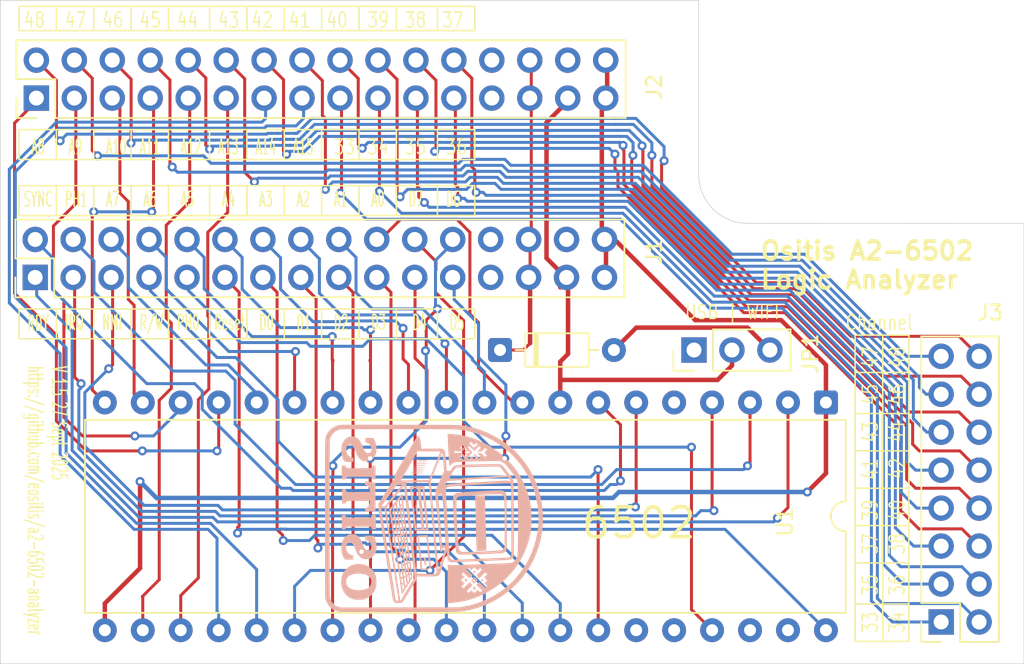
<source format=kicad_pcb>
(kicad_pcb (version 20241229) (generator "pcbnew") (generator_version "9.0")
  (layers (0 "F.Cu" signal) (2 "B.Cu" signal) (13 "F.Paste" user) (15 "B.Paste" user) (5 "F.SilkS" user "F.Silkscreen") (7 "B.SilkS" user "B.Silkscreen") (1 "F.Mask" user) (3 "B.Mask" user) (25 "Edge.Cuts" user))
  (net 0 "")
  (net 1 "/SYNC")
  (net 4 "/ϕ1")
  (net 6 "/CH-41")
  (net 7 "/CH-48")
  (net 9 "/CH-38")
  (net 10 "/CH-43")
  (net 11 "/CH-47")
  (net 14 "/CH-45")
  (net 15 "/CH-44")
  (net 16 "/CH-35")
  (net 17 "/CH-46")
  (net 18 "/CH-34")
  (net 19 "/CH-37")
  (net 20 "/CH-40")
  (net 23 "Net-(D1-A)")
  (net 24 "/CH-39")
  (net 25 "/CH-36")
  (net 26 "/D7")
  (net 27 "/A1")
  (net 28 "/D2")
  (net 29 "/D3")
  (net 30 "/A7")
  (net 31 "/RDY")
  (net 32 "/A6")
  (net 33 "/A8")
  (net 34 "/D5")
  (net 35 "/A2")
  (net 36 "/A11")
  (net 37 "/ϕ0")
  (net 38 "/A13")
  (net 39 "/A4")
  (net 40 "/D4")
  (net 41 "/A14")
  (net 42 "/D1")
  (net 43 "/D0")
  (net 44 "/A9")
  (net 45 "/~{RES}")
  (net 46 "/A10")
  (net 47 "/A5")
  (net 48 "/A12")
  (net 49 "/R{slash}~{W}")
  (net 50 "/A3")
  (net 51 "+5V")
  (net 52 "GND")
  (net 53 "/A0")
  (net 54 "/~{NMI}")
  (net 55 "/~{IRQ}")
  (net 56 "/A15")
  (net 57 "/D6")
  (net 62 "/CH-42")
  (net 63 "/CH-33")
  (net 64 "/vcc2")
  (footprint "Diode_THT:D_DO-35_SOD27_P7.62mm_Horizontal" (layer "F.Cu") (at 78.69 61)
    (property "Reference" "D1" (hide yes))
    (property "Value" "1N4148" (hide yes))
  )
  (footprint "Connector_PinSocket_2.54mm:PinSocket_2x16_P2.54mm_Vertical" (layer "F.Cu") (at 47.66 41.6 90)
    (property "Reference" "J2")
    (property "Value" "LogicAnalyzer #2" (hide yes))
  )
  (footprint "Connector_PinHeader_2.54mm:PinHeader_1x03_P2.54mm_Vertical" (layer "F.Cu") (at 91.67 61 90)
    (property "Reference" "JP1")
    (property "Value" "Jumper_3_Open" (hide yes))
  )
  (footprint "Package_DIP:DIP-40_W15.24mm" (layer "F.Cu") (at 100.5 64.51 -90)
    (property "Reference" "U1")
    (property "Value" "65CE02" (hide yes))
  )
  (footprint "Connector_PinSocket_2.54mm:PinSocket_2x08_P2.54mm_Vertical" (layer "F.Cu") (at 108.21 79.2 180)
    (property "Reference" "J3")
    (property "Value" "Conn_02x08_Odd_Even" (hide yes))
  )
  (footprint "Connector_PinSocket_2.54mm:PinSocket_2x16_P2.54mm_Vertical" (layer "F.Cu") (at 47.58 53.6 90)
    (property "Reference" "J1")
    (property "Value" "LogicAnalyzer #1" (hide yes))
  )
  (footprint "OsitisLib:ois-logo-sm" (layer "B.Cu") (at 74.25 72.25 90)
    (property "Reference" "G***" (hide yes))
    (property "Value" "LOGO" (hide yes))
  )
  (gr_line (start 106.05 75.25) (end 102.45 75.25) (stroke (width 0.1)) (layer "F.SilkS"))
  (gr_line (start 49 50) (end 49 52) (stroke (width 0.1)) (layer "F.SilkS"))
  (gr_line (start 49 38) (end 49 39.625) (stroke (width 0.1)) (layer "F.SilkS"))
  (gr_line (start 69.25 50) (end 69.25 52) (stroke (width 0.1)) (layer "F.SilkS"))
  (gr_line (start 54 58.25) (end 54 60.25) (stroke (width 0.1)) (layer "F.SilkS"))
  (gr_line (start 69.25 58.25) (end 69.25 60.25) (stroke (width 0.1)) (layer "F.SilkS"))
  (gr_line (start 106.05 65.25) (end 102.45 65.25) (stroke (width 0.1)) (layer "F.SilkS"))
  (gr_line (start 71.75 46.25) (end 71.75 48.25) (stroke (width 0.1)) (layer "F.SilkS"))
  (gr_line (start 106.05 60) (end 102.45 60) (stroke (width 0.1)) (layer "F.SilkS"))
  (gr_line (start 51.5 58.25) (end 51.5 60.25) (stroke (width 0.1)) (layer "F.SilkS"))
  (gr_line (start 106.05 72.75) (end 102.45 72.75) (stroke (width 0.1)) (layer "F.SilkS"))
  (gr_line (start 56.5 50) (end 56.5 52) (stroke (width 0.1)) (layer "F.SilkS"))
  (gr_line (start 54 46.25) (end 54 48.25) (stroke (width 0.1)) (layer "F.SilkS"))
  (gr_line (start 46.5 60.25) (end 46.5 58.25) (stroke (width 0.1)) (layer "F.SilkS"))
  (gr_line (start 59.25 46.25) (end 59.25 48.25) (stroke (width 0.1)) (layer "F.SilkS"))
  (gr_line (start 66.75 50) (end 66.75 52) (stroke (width 0.1)) (layer "F.SilkS"))
  (gr_line (start 56.5 38) (end 56.5 39.625) (stroke (width 0.1)) (layer "F.SilkS"))
  (gr_line (start 61.75 38) (end 61.75 39.625) (stroke (width 0.1)) (layer "F.SilkS"))
  (gr_line (start 66.75 58.25) (end 66.75 60.25) (stroke (width 0.1)) (layer "F.SilkS"))
  (gr_line (start 59.25 58.25) (end 59.25 60.25) (stroke (width 0.1)) (layer "F.SilkS"))
  (gr_line (start 106.05 67.75) (end 102.45 67.75) (stroke (width 0.1)) (layer "F.SilkS"))
  (gr_line (start 74.5 50) (end 74.5 52) (stroke (width 0.1)) (layer "F.SilkS"))
  (gr_line (start 77 52) (end 46.5 52) (stroke (width 0.1)) (layer "F.SilkS"))
  (gr_line (start 54 38) (end 54 39.625) (stroke (width 0.1)) (layer "F.SilkS"))
  (gr_line (start 71.75 38) (end 71.75 39.625) (stroke (width 0.1)) (layer "F.SilkS"))
  (gr_line (start 102.45 60) (end 102.45 80.5) (stroke (width 0.1)) (layer "F.SilkS"))
  (gr_line (start 64.25 46.25) (end 64.25 48.25) (stroke (width 0.1)) (layer "F.SilkS"))
  (gr_line (start 51.5 38) (end 51.5 39.625) (stroke (width 0.1)) (layer "F.SilkS"))
  (gr_line (start 56.5 46.25) (end 56.5 48.25) (stroke (width 0.1)) (layer "F.SilkS"))
  (gr_line (start 74.5 38) (end 74.5 39.625) (stroke (width 0.1)) (layer "F.SilkS"))
  (gr_line (start 56.5 58.25) (end 56.5 60.25) (stroke (width 0.1)) (layer "F.SilkS"))
  (gr_line (start 61.75 46.25) (end 61.75 48.25) (stroke (width 0.1)) (layer "F.SilkS"))
  (gr_line (start 49 46.25) (end 49 48.25) (stroke (width 0.1)) (layer "F.SilkS"))
  (gr_line (start 64.25 58.25) (end 64.25 60.25) (stroke (width 0.1)) (layer "F.SilkS"))
  (gr_line (start 61.75 58.25) (end 61.75 60.25) (stroke (width 0.1)) (layer "F.SilkS"))
  (gr_line (start 106.05 60) (end 106.05 80.5) (stroke (width 0.1)) (layer "F.SilkS"))
  (gr_line (start 77 48.25) (end 46.5 48.25) (stroke (width 0.1)) (layer "F.SilkS"))
  (gr_line (start 74.5 58.25) (end 74.5 60.25) (stroke (width 0.1)) (layer "F.SilkS"))
  (gr_line (start 69.25 46.25) (end 69.25 48.25) (stroke (width 0.1)) (layer "F.SilkS"))
  (gr_line (start 51.5 50) (end 51.5 52) (stroke (width 0.1)) (layer "F.SilkS"))
  (gr_line (start 77 46.25) (end 77 48.25) (stroke (width 0.1)) (layer "F.SilkS"))
  (gr_line (start 106.05 78) (end 102.45 78) (stroke (width 0.1)) (layer "F.SilkS"))
  (gr_line (start 51.5 46.25) (end 51.5 48.25) (stroke (width 0.1)) (layer "F.SilkS"))
  (gr_line (start 46.5 52) (end 46.5 50) (stroke (width 0.1)) (layer "F.SilkS"))
  (gr_line (start 74.5 46.25) (end 74.5 48.25) (stroke (width 0.1)) (layer "F.SilkS"))
  (gr_line (start 61.75 50) (end 61.75 52) (stroke (width 0.1)) (layer "F.SilkS"))
  (gr_line (start 46.5 48.25) (end 46.5 46.25) (stroke (width 0.1)) (layer "F.SilkS"))
  (gr_line (start 59.25 38) (end 59.25 39.625) (stroke (width 0.1)) (layer "F.SilkS"))
  (gr_line (start 46.5 46.25) (end 77 46.25) (stroke (width 0.1)) (layer "F.SilkS"))
  (gr_line (start 106.05 70.25) (end 102.45 70.25) (stroke (width 0.1)) (layer "F.SilkS"))
  (gr_line (start 64.25 38) (end 64.25 39.625) (stroke (width 0.1)) (layer "F.SilkS"))
  (gr_line (start 77 50) (end 77 52) (stroke (width 0.1)) (layer "F.SilkS"))
  (gr_line (start 106.05 80.5) (end 102.45 80.5) (stroke (width 0.1)) (layer "F.SilkS"))
  (gr_line (start 66.75 46.25) (end 66.75 48.25) (stroke (width 0.1)) (layer "F.SilkS"))
  (gr_line (start 64.25 50) (end 64.25 52) (stroke (width 0.1)) (layer "F.SilkS"))
  (gr_line (start 46.5 39.625) (end 46.5 38) (stroke (width 0.1)) (layer "F.SilkS"))
  (gr_line (start 49 58.25) (end 49 60.25) (stroke (width 0.1)) (layer "F.SilkS"))
  (gr_line (start 71.75 58.25) (end 71.75 60.25) (stroke (width 0.1)) (layer "F.SilkS"))
  (gr_line (start 71.75 50) (end 71.75 52) (stroke (width 0.1)) (layer "F.SilkS"))
  (gr_line (start 46.5 38) (end 77 38) (stroke (width 0.1)) (layer "F.SilkS"))
  (gr_line (start 66.75 38) (end 66.75 39.625) (stroke (width 0.1)) (layer "F.SilkS"))
  (gr_line (start 54 50) (end 54 52) (stroke (width 0.1)) (layer "F.SilkS"))
  (gr_line (start 77 39.625) (end 46.5 39.625) (stroke (width 0.1)) (layer "F.SilkS"))
  (gr_line (start 77 38) (end 77 39.625) (stroke (width 0.1)) (layer "F.SilkS"))
  (gr_line (start 69.25 38) (end 69.25 39.625) (stroke (width 0.1)) (layer "F.SilkS"))
  (gr_line (start 104.3 60) (end 104.3 80.5) (stroke (width 0.1)) (layer "F.SilkS"))
  (gr_line (start 77 60.25) (end 46.5 60.25) (stroke (width 0.1)) (layer "F.SilkS"))
  (gr_line (start 106.05 62.5) (end 102.45 62.5) (stroke (width 0.1)) (layer "F.SilkS"))
  (gr_line (start 46.5 50) (end 77 50) (stroke (width 0.1)) (layer "F.SilkS"))
  (gr_line (start 59.25 50) (end 59.25 52) (stroke (width 0.1)) (layer "F.SilkS"))
  (gr_line (start 77 58.25) (end 77 60.25) (stroke (width 0.1)) (layer "F.SilkS"))
  (gr_line (start 46.5 58.25) (end 77 58.25) (stroke (width 0.1)) (layer "F.SilkS"))
  (gr_line (start 113.75 82) (end 45.25 82) (stroke (width 0.05)) (layer "Edge.Cuts"))
  (gr_line (start 45.25 37.6) (end 91.977637 37.6) (stroke (width 0.05)) (layer "Edge.Cuts"))
  (gr_line (start 45.25 82) (end 45.25 37.6) (stroke (width 0.05)) (layer "Edge.Cuts"))
  (gr_line (start 91.980826 49.25) (end 91.977637 37.6) (stroke (width 0.05)) (layer "Edge.Cuts"))
  (gr_line (start 113.75 52.524048) (end 113.75 82) (stroke (width 0.05)) (layer "Edge.Cuts"))
  (gr_line (start 95.25 52.519174) (end 113.75 52.524048) (stroke (width 0.05)) (layer "Edge.Cuts"))
  (gr_arc (start 95.25 52.519174) (mid 92.938345 51.561655) (end 91.980826 49.25) (stroke (width 0.05)) (layer "Edge.Cuts"))
  (gr_text "A10" (at 52.25 48 0) (layer "F.SilkS") (effects (font (size 1 0.5) (thickness 0.1)) (justify left bottom)))
  (gr_text "43" (at 104.05 67.25 90) (layer "F.SilkS") (effects (font (size 1 0.75) (thickness 0.1)) (justify left bottom)))
  (gr_text "PH1" (at 49.5 51.5 0) (layer "F.SilkS") (effects (font (size 1 0.5) (thickness 0.1)) (justify left bottom)))
  (gr_text "38" (at 72.25 39.5 0) (layer "F.SilkS") (effects (font (size 1 0.75) (thickness 0.1)) (justify left bottom)))
  (gr_text "37" (at 104.05 74.75 90) (layer "F.SilkS") (effects (font (size 1 0.75) (thickness 0.1)) (justify left bottom)))
  (gr_text "36" (at 75 48 0) (layer "F.SilkS") (effects (font (size 1 0.75) (thickness 0.1)) (justify left bottom)))
  (gr_text "D5" (at 75.25 59.75 0) (layer "F.SilkS") (effects (font (size 1 0.5) (thickness 0.1)) (justify left bottom)))
  (gr_text "A13" (at 59.75 48 0) (layer "F.SilkS") (effects (font (size 1 0.5) (thickness 0.1)) (justify left bottom)))
  (gr_text "D3" (at 70 59.75 0) (layer "F.SilkS") (effects (font (size 1 0.5) (thickness 0.1)) (justify left bottom)))
  (gr_text "Channel" (at 101.75 59.75 0) (layer "F.SilkS") (effects (font (size 1 0.75) (thickness 0.1)) (justify left bottom)))
  (gr_text "39" (at 69.75 39.5 0) (layer "F.SilkS") (effects (font (size 1 0.75) (thickness 0.1)) (justify left bottom)))
  (gr_text "NMI" (at 52 59.75 0) (layer "F.SilkS") (effects (font (size 1 0.5) (thickness 0.1)) (justify left bottom)))
  (gr_text "A15" (at 64.75 48 0) (layer "F.SilkS") (effects (font (size 1 0.5) (thickness 0.1)) (justify left bottom)))
  (gr_text "34" (at 69.75 48 0) (layer "F.SilkS") (effects (font (size 1 0.75) (thickness 0.1)) (justify left bottom)))
  (gr_text "45" (at 54.5 39.5 0) (layer "F.SilkS") (effects (font (size 1 0.75) (thickness 0.1)) (justify left bottom)))
  (gr_text "IRQ" (at 49.5 59.75 0) (layer "F.SilkS") (effects (font (size 1 0.5) (thickness 0.1)) (justify left bottom)))
  (gr_text "Ositis A2-6502\nLogic Analyzer" (at 96 57 0) (layer "F.SilkS") (effects (font (size 1.2 1.2) (thickness 0.25) (bold yes)) (justify left bottom)))
  (gr_text "37" (at 74.75 39.5 0) (layer "F.SilkS") (effects (font (size 1 0.75) (thickness 0.1)) (justify left bottom)))
  (gr_text "43" (at 59.75 39.5 0) (layer "F.SilkS") (effects (font (size 1 0.75) (thickness 0.1)) (justify left bottom)))
  (gr_text "A3" (at 62.5 51.5 0) (layer "F.SilkS") (effects (font (size 1 0.5) (thickness 0.1)) (justify left bottom)))
  (gr_text "36" (at 105.85 77.5 90) (layer "F.SilkS") (effects (font (size 1 0.75) (thickness 0.1)) (justify left bottom)))
  (gr_text "A11" (at 54.5 48 0) (layer "F.SilkS") (effects (font (size 1 0.5) (thickness 0.1)) (justify left bottom)))
  (gr_text "D4" (at 72.75 59.75 0) (layer "F.SilkS") (effects (font (size 1 0.5) (thickness 0.1)) (justify left bottom)))
  (gr_text "47" (at 49.5 39.5 0) (layer "F.SilkS") (effects (font (size 1 0.75) (thickness 0.1)) (justify left bottom)))
  (gr_text "A6" (at 54.75 51.5 0) (layer "F.SilkS") (effects (font (size 1 0.5) (thickness 0.1)) (justify left bottom)))
  (gr_text "39" (at 104.05 72.5 90) (layer "F.SilkS") (effects (font (size 1 0.75) (thickness 0.1)) (justify left bottom)))
  (gr_text "D7" (at 72.5 51.5 0) (layer "F.SilkS") (effects (font (size 1 0.5) (thickness 0.1)) (justify left bottom)))
  (gr_text "41" (at 104.05 69.75 90) (layer "F.SilkS") (effects (font (size 1 0.75) (thickness 0.1)) (justify left bottom)))
  (gr_text "D2" (at 67.5 59.75 0) (layer "F.SilkS") (effects (font (size 1 0.5) (thickness 0.1)) (justify left bottom)))
  (gr_text "SYNC\n" (at 46.75 51.5 0) (layer "F.SilkS") (effects (font (size 1 0.5) (thickness 0.1)) (justify left bottom)))
  (gr_text "46" (at 105.85 64.75 90) (layer "F.SilkS") (effects (font (size 1 0.75) (thickness 0.1)) (justify left bottom)))
  (gr_text "A7" (at 52.25 51.5 0) (layer "F.SilkS") (effects (font (size 1 0.5) (thickness 0.1)) (justify left bottom)))
  (gr_text "USB | WIFI" (at 91 59 0) (layer "F.SilkS") (effects (font (size 0.9 0.75) (thickness 0.1)) (justify left bottom)))
  (gr_text "42" (at 105.85 69.7 90) (layer "F.SilkS") (effects (font (size 1 0.75) (thickness 0.1)) (justify left bottom)))
  (gr_text "D0" (at 62.5 59.75 0) (layer "F.SilkS") (effects (font (size 1 0.5) (thickness 0.1)) (justify left bottom)))
  (gr_text "35" (at 72.25 48 0) (layer "F.SilkS") (effects (font (size 1 0.75) (thickness 0.1)) (justify left bottom)))
  (gr_text "47" (at 104.05 62.25 90) (layer "F.SilkS") (effects (font (size 1 0.75) (thickness 0.1)) (justify left bottom)))
  (gr_text "PH0" (at 57 59.75 0) (layer "F.SilkS") (effects (font (size 1 0.5) (thickness 0.1)) (justify left bottom)))
  (gr_text "RDY" (at 47 59.8 0) (layer "F.SilkS") (effects (font (size 1 0.5) (thickness 0.1)) (justify left bottom)))
  (gr_text "34" (at 105.85 80 90) (layer "F.SilkS") (effects (font (size 1 0.75) (thickness 0.1)) (justify left bottom)))
  (gr_text "38" (at 105.85 74.75 90) (layer "F.SilkS") (effects (font (size 1 0.75) (thickness 0.1)) (justify left bottom)))
  (gr_text "A0" (at 70 51.5 0) (layer "F.SilkS") (effects (font (size 1 0.5) (thickness 0.1)) (justify left bottom)))
  (gr_text "D1" (at 65 59.75 0) (layer "F.SilkS") (effects (font (size 1 0.5) (thickness 0.1)) (justify left bottom)))
  (gr_text "46" (at 52 39.5 0) (layer "F.SilkS") (effects (font (size 1 0.75) (thickness 0.1)) (justify left bottom)))
  (gr_text "A4" (at 60 51.5 0) (layer "F.SilkS") (effects (font (size 1 0.5) (thickness 0.1)) (justify left bottom)))
  (gr_text "45" (at 104.05 64.75 90) (layer "F.SilkS") (effects (font (size 1 0.75) (thickness 0.1)) (justify left bottom)))
  (gr_text "33" (at 67.5 48 0) (layer "F.SilkS") (effects (font (size 1 0.75) (thickness 0.1)) (justify left bottom)))
  (gr_text "A1" (at 67.5 51.5 0) (layer "F.SilkS") (effects (font (size 1 0.5) (thickness 0.1)) (justify left bottom)))
  (gr_text "D6" (at 75 51.5 0) (layer "F.SilkS") (effects (font (size 1 0.5) (thickness 0.1)) (justify left bottom)))
  (gr_text "48" (at 46.75 39.5 0) (layer "F.SilkS") (effects (font (size 1 0.75) (thickness 0.1)) (justify left bottom)))
  (gr_text "42" (at 62 39.5 0) (layer "F.SilkS") (effects (font (size 1 0.75) (thickness 0.1)) (justify left bottom)))
  (gr_text "A8" (at 47.25 48 0) (layer "F.SilkS") (effects (font (size 1 0.5) (thickness 0.1)) (justify left bottom)))
  (gr_text "A2" (at 65 51.5 0) (layer "F.SilkS") (effects (font (size 1 0.5) (thickness 0.1)) (justify left bottom)))
  (gr_text "33" (at 104.05 80 90) (layer "F.SilkS") (effects (font (size 1 0.75) (thickness 0.1)) (justify left bottom)))
  (gr_text "A5" (at 57.25 51.5 0) (layer "F.SilkS") (effects (font (size 1 0.5) (thickness 0.1)) (justify left bottom)))
  (gr_text "44" (at 57 39.5 0) (layer "F.SilkS") (effects (font (size 1 0.75) (thickness 0.1)) (justify left bottom)))
  (gr_text "35" (at 104.05 77.5 90) (layer "F.SilkS") (effects (font (size 1 0.75) (thickness 0.1)) (justify left bottom)))
  (gr_text "44" (at 105.85 67.25 90) (layer "F.SilkS") (effects (font (size 1 0.75) (thickness 0.1)) (justify left bottom)))
  (gr_text "40" (at 105.85 72.5 90) (layer "F.SilkS") (effects (font (size 1 0.75) (thickness 0.1)) (justify left bottom)))
  (gr_text "A9" (at 49.75 48 0) (layer "F.SilkS") (effects (font (size 1 0.5) (thickness 0.1)) (justify left bottom)))
  (gr_text "48" (at 105.85 62.25 90) (layer "F.SilkS") (effects (font (size 1 0.75) (thickness 0.1)) (justify left bottom)))
  (gr_text "R/W" (at 54.5 59.75 0) (layer "F.SilkS") (effects (font (size 1 0.5) (thickness 0.1)) (justify left bottom)))
  (gr_text "40" (at 67 39.5 0) (layer "F.SilkS") (effects (font (size 1 0.75) (thickness 0.1)) (justify left bottom)))
  (gr_text "V 1.5 27 Sept 2025\nhttps://github.com/eositis/a2-6502-analyzer" (at 47 62 270) (layer "F.SilkS") (effects (font (size 1 0.5) (thickness 0.1)) (justify left bottom)))
  (gr_text "Reset" (at 59.5 59.75 0) (layer "F.SilkS") (effects (font (size 1 0.5) (thickness 0.1)) (justify left bottom)))
  (gr_text "41" (at 64.5 39.5 0) (layer "F.SilkS") (effects (font (size 1 0.75) (thickness 0.1)) (justify left bottom)))
  (gr_text "A14" (at 62.25 48 0) (layer "F.SilkS") (effects (font (size 1 0.5) (thickness 0.1)) (justify left bottom)))
  (gr_text "6502" (at 84 73.75 0) (layer "F.SilkS") (effects (font (size 2 2) (thickness 0.25)) (justify left bottom)))
  (gr_text "A12" (at 57.25 48 0) (layer "F.SilkS") (effects (font (size 1 0.5) (thickness 0.1)) (justify left bottom)))
  (segment (start 86.75 69.75) (end 86.75 66) (width 0.2) (layer "F.Cu") (net 1))
  (segment (start 86.75 66) (end 85.26 64.51) (width 0.2) (layer "F.Cu") (net 1))
  (via (at 86.75 69.75) (size 0.6) (drill 0.3) (layers "F.Cu" "B.Cu") (net 1))
  (segment (start 64.04295 70.25) (end 64.6829 70.25) (width 0.2) (layer "B.Cu") (net 1))
  (segment (start 64.8339 70.401) (end 85.6661 70.401) (width 0.2) (layer "B.Cu") (net 1))
  (segment (start 85.6661 70.401) (end 86.0671 70) (width 0.2) (layer "B.Cu") (net 1))
  (segment (start 86.5 70) (end 86.75 69.75) (width 0.2) (layer "B.Cu") (net 1))
  (segment (start 55.05 63.25) (end 58.25 63.25) (width 0.2) (layer "B.Cu") (net 1))
  (segment (start 64.6829 70.25) (end 64.8339 70.401) (width 0.2) (layer "B.Cu") (net 1))
  (segment (start 58.25 63.25) (end 58.759 63.759) (width 0.2) (layer "B.Cu") (net 1))
  (segment (start 58.759 64.96605) (end 64.04295 70.25) (width 0.2) (layer "B.Cu") (net 1))
  (segment (start 48.731 56.931) (end 55.05 63.25) (width 0.2) (layer "B.Cu") (net 1))
  (segment (start 47.68 53.75) (end 48.731 54.801) (width 0.2) (layer "B.Cu") (net 1))
  (segment (start 86.0671 70) (end 86.5 70) (width 0.2) (layer "B.Cu") (net 1))
  (segment (start 48.731 54.801) (end 48.731 56.931) (width 0.2) (layer "B.Cu") (net 1))
  (segment (start 58.759 63.759) (end 58.759 64.96605) (width 0.2) (layer "B.Cu") (net 1))
  (segment (start 95.42 68.58) (end 95.25 68.75) (width 0.2) (layer "F.Cu") (net 4))
  (segment (start 95.42 68.25) (end 95.42 68.67) (width 0.2) (layer "F.Cu") (net 4))
  (segment (start 95.42 64.51) (end 95.42 68.25) (width 0.2) (layer "F.Cu") (net 4))
  (segment (start 95.42 68.25) (end 95.42 68.58) (width 0.2) (layer "F.Cu") (net 4))
  (via (at 95.25 68.75) (size 0.6) (drill 0.3) (layers "F.Cu" "B.Cu") (net 4))
  (segment (start 56.80855 62.40855) (end 60.34145 62.40855) (width 0.2) (layer "B.Cu") (net 4))
  (segment (start 60.961 63.0281) (end 60.961 65.961) (width 0.2) (layer "B.Cu") (net 4))
  (segment (start 60.961 65.961) (end 65 70) (width 0.2) (layer "B.Cu") (net 4))
  (segment (start 95 69) (end 95.25 68.75) (width 0.2) (layer "B.Cu") (net 4))
  (segment (start 86.5 69) (end 95 69) (width 0.2) (layer "B.Cu") (net 4))
  (segment (start 60.34145 62.40855) (end 60.961 63.0281) (width 0.2) (layer "B.Cu") (net 4))
  (segment (start 50.22 53.75) (end 51.509 55.039) (width 0.2) (layer "B.Cu") (net 4))
  (segment (start 51.509 55.039) (end 51.509 57.109) (width 0.2) (layer "B.Cu") (net 4))
  (segment (start 65 70) (end 85.5 70) (width 0.2) (layer "B.Cu") (net 4))
  (segment (start 85.5 70) (end 86.5 69) (width 0.2) (layer "B.Cu") (net 4))
  (segment (start 51.509 57.109) (end 56.80855 62.40855) (width 0.2) (layer "B.Cu") (net 4))
  (segment (start 66.8 45.3) (end 66.8 42.97) (width 0.2) (layer "F.Cu") (net 6))
  (segment (start 67 50.25) (end 67 45.5) (width 0.2) (layer "F.Cu") (net 6))
  (segment (start 66.8 42.97) (end 65.54 41.71) (width 0.2) (layer "F.Cu") (net 6))
  (segment (start 67 45.5) (end 66.8 45.3) (width 0.2) (layer "F.Cu") (net 6))
  (via (at 67 50.25) (size 0.6) (drill 0.3) (layers "F.Cu" "B.Cu") (net 6))
  (segment (start 78.5171 49.445) (end 78.9161 49.844) (width 0.2) (layer "B.Cu") (net 6))
  (segment (start 98.5788 55.792) (end 105.948 63.1612) (width 0.2) (layer "B.Cu") (net 6))
  (segment (start 93.6946 55.792) (end 98.5788 55.792) (width 0.2) (layer "B.Cu") (net 6))
  (segment (start 76.378314 49.75) (end 76.683314 49.445) (width 0.2) (layer "B.Cu") (net 6))
  (segment (start 78.9161 49.844) (end 87.7466 49.844) (width 0.2) (layer "B.Cu") (net 6))
  (segment (start 67.5 49.75) (end 76.378314 49.75) (width 0.2) (layer "B.Cu") (net 6))
  (segment (start 105.948 63.1612) (end 105.948 68.488) (width 0.2) (layer "B.Cu") (net 6))
  (segment (start 76.683314 49.445) (end 78.5171 49.445) (width 0.2) (layer "B.Cu") (net 6))
  (segment (start 106.5 69.04) (end 108.21 69.04) (width 0.2) (layer "B.Cu") (net 6))
  (segment (start 87.7466 49.844) (end 93.6946 55.792) (width 0.2) (layer "B.Cu") (net 6))
  (segment (start 67 50.25) (end 67.5 49.75) (width 0.2) (layer "B.Cu") (net 6))
  (segment (start 105.948 68.488) (end 106.5 69.04) (width 0.2) (layer "B.Cu") (net 6))
  (segment (start 89.668315 48.331685) (end 89.668315 48.418315) (width 0.2) (layer "F.Cu") (net 7))
  (segment (start 49 46.751) (end 49.25 47.001) (width 0.2) (layer "F.Cu") (net 7))
  (segment (start 102.16775 60.08225) (end 109.41225 60.08225) (width 0.2) (layer "F.Cu") (net 7))
  (segment (start 89.5 48.58663) (end 89.5 50.1645) (width 0.2) (layer "F.Cu") (net 7))
  (segment (start 109.41225 60.08225) (end 110.75 61.42) (width 0.2) (layer "F.Cu") (net 7))
  (segment (start 95.8305 56.495) (end 98.5805 56.495) (width 0.2) (layer "F.Cu") (net 7))
  (segment (start 89.668315 48.418315) (end 89.5 48.58663) (width 0.2) (layer "F.Cu") (net 7))
  (segment (start 98.5805 56.495) (end 102.16775 60.08225) (width 0.2) (layer "F.Cu") (net 7))
  (segment (start 47.75 41.7) (end 49 42.95) (width 0.2) (layer "F.Cu") (net 7))
  (segment (start 89.5 50.1645) (end 95.8305 56.495) (width 0.2) (layer "F.Cu") (net 7))
  (segment (start 49 42.95) (end 49 46.751) (width 0.2) (layer "F.Cu") (net 7))
  (via (at 89.668315 48.331685) (size 0.6) (drill 0.3) (layers "F.Cu" "B.Cu") (net 7))
  (via (at 49.25 47.001) (size 0.6) (drill 0.3) (layers "F.Cu" "B.Cu") (net 7))
  (segment (start 64.988314 46.5) (end 64.987314 46.499) (width 0.2) (layer "B.Cu") (net 7))
  (segment (start 63.1342 46.5) (end 63.0822 46.552) (width 0.2) (layer "B.Cu") (net 7))
  (segment (start 49.699 46.552) (end 49.25 47.001) (width 0.2) (layer "B.Cu") (net 7))
  (segment (start 86.2517 45.5) (end 66.1071 45.5) (width 0.2) (layer "B.Cu") (net 7))
  (segment (start 59.666043 46.552) (end 59.665043 46.551) (width 0.2) (layer "B.Cu") (net 7))
  (segment (start 63.825028 46.499) (end 63.824028 46.5) (width 0.2) (layer "B.Cu") (net 7))
  (segment (start 58.834957 46.551) (end 58.833957 46.552) (width 0.2) (layer "B.Cu") (net 7))
  (segment (start 89.668315 48.331685) (end 89.668315 47.388587) (width 0.2) (layer "B.Cu") (net 7))
  (segment (start 87.778728 45.499) (end 86.2527 45.499) (width 0.2) (layer "B.Cu") (net 7))
  (segment (start 53.742057 46.551) (end 53.741057 46.552) (width 0.2) (layer "B.Cu") (net 7))
  (segment (start 54.240943 46.552) (end 54.239943 46.551) (width 0.2) (layer "B.Cu") (net 7))
  (segment (start 89.668315 47.388587) (end 87.778728 45.499) (width 0.2) (layer "B.Cu") (net 7))
  (segment (start 58.833957 46.552) (end 54.240943 46.552) (width 0.2) (layer "B.Cu") (net 7))
  (segment (start 59.665043 46.551) (end 58.834957 46.551) (width 0.2) (layer "B.Cu") (net 7))
  (segment (start 64.987314 46.499) (end 63.825028 46.499) (width 0.2) (layer "B.Cu") (net 7))
  (segment (start 63.824028 46.5) (end 63.1342 46.5) (width 0.2) (layer "B.Cu") (net 7))
  (segment (start 66.1071 45.5) (end 65.1071 46.5) (width 0.2) (layer "B.Cu") (net 7))
  (segment (start 53.741057 46.552) (end 49.699 46.552) (width 0.2) (layer "B.Cu") (net 7))
  (segment (start 86.2527 45.499) (end 86.2517 45.5) (width 0.2) (layer "B.Cu") (net 7))
  (segment (start 63.0822 46.552) (end 59.666043 46.552) (width 0.2) (layer "B.Cu") (net 7))
  (segment (start 65.1071 46.5) (end 64.988314 46.5) (width 0.2) (layer "B.Cu") (net 7))
  (segment (start 54.239943 46.551) (end 53.742057 46.551) (width 0.2) (layer "B.Cu") (net 7))
  (segment (start 109.599 72.969) (end 106.719 72.969) (width 0.2) (layer "F.Cu") (net 9))
  (segment (start 105.5 66.25) (end 97.75 58.5) (width 0.2) (layer "F.Cu") (net 9))
  (segment (start 74.4 47.615) (end 74.4 42.95) (width 0.2) (layer "F.Cu") (net 9))
  (segment (start 86.58 50.08) (end 86.58 49.08) (width 0.2) (layer "F.Cu") (net 9))
  (segment (start 97.75 58.5) (end 95 58.5) (width 0.2) (layer "F.Cu") (net 9))
  (segment (start 86.38 48.88) (end 86.38 47.89) (width 0.2) (layer "F.Cu") (net 9))
  (segment (start 110.75 74.12) (end 109.599 72.969) (width 0.2) (layer "F.Cu") (net 9))
  (segment (start 95 58.5) (end 86.58 50.08) (width 0.2) (layer "F.Cu") (net 9))
  (segment (start 106.719 72.969) (end 105.5 71.75) (width 0.2) (layer "F.Cu") (net 9))
  (segment (start 86.58 49.08) (end 86.38 48.88) (width 0.2) (layer "F.Cu") (net 9))
  (segment (start 105.5 71.75) (end 105.5 66.25) (width 0.2) (layer "F.Cu") (net 9))
  (segment (start 74.4 42.95) (end 73.16 41.71) (width 0.2) (layer "F.Cu") (net 9))
  (segment (start 74.311 47.704) (end 74.4 47.615) (width 0.2) (layer "F.Cu") (net 9))
  (via (at 74.311 47.704) (size 0.6) (drill 0.3) (layers "F.Cu" "B.Cu") (net 9))
  (via (at 86.38 47.89) (size 0.6) (drill 0.3) (layers "F.Cu" "B.Cu") (net 9))
  (segment (start 85.995 47.505) (end 74.556 47.505) (width 0.2) (layer "B.Cu") (net 9))
  (segment (start 74.357 47.704) (end 74.311 47.704) (width 0.2) (layer "B.Cu") (net 9))
  (segment (start 74.556 47.505) (end 74.357 47.704) (width 0.2) (layer "B.Cu") (net 9))
  (segment (start 86.38 47.89) (end 85.995 47.505) (width 0.2) (layer "B.Cu") (net 9))
  (segment (start 61.6 49.1) (end 61.6 42.85) (width 0.2) (layer "F.Cu") (net 10))
  (segment (start 61.6 42.85) (end 60.46 41.71) (width 0.2) (layer "F.Cu") (net 10))
  (segment (start 62.25 49.75) (end 61.6 49.1) (width 0.2) (layer "F.Cu") (net 10))
  (via (at 62.25 49.75) (size 0.6) (drill 0.3) (layers "F.Cu" "B.Cu") (net 10))
  (segment (start 67.3339 49.349) (end 76.212214 49.349) (width 0.2) (layer "B.Cu") (net 10))
  (segment (start 62.25 49.75) (end 62.5 49.5) (width 0.2) (layer "B.Cu") (net 10))
  (segment (start 76.517214 49.044) (end 78.6832 49.044) (width 0.2) (layer "B.Cu") (net 10))
  (segment (start 87.943 49.443) (end 93.891 55.391) (width 0.2) (layer "B.Cu") (net 10))
  (segment (start 93.891 55.391) (end 98.7449 55.391) (width 0.2) (layer "B.Cu") (net 10))
  (segment (start 106.349 62.9951) (end 106.349 65.599) (width 0.2) (layer "B.Cu") (net 10))
  (segment (start 67.1829 49.5) (end 67.3339 49.349) (width 0.2) (layer "B.Cu") (net 10))
  (segment (start 98.7449 55.391) (end 106.349 62.9951) (width 0.2) (layer "B.Cu") (net 10))
  (segment (start 78.6832 49.044) (end 79.0822 49.443) (width 0.2) (layer "B.Cu") (net 10))
  (segment (start 79.0822 49.443) (end 87.943 49.443) (width 0.2) (layer "B.Cu") (net 10))
  (segment (start 107.25 66.5) (end 108.21 66.5) (width 0.2) (layer "B.Cu") (net 10))
  (segment (start 62.5 49.5) (end 67.1829 49.5) (width 0.2) (layer "B.Cu") (net 10))
  (segment (start 76.212214 49.349) (end 76.517214 49.044) (width 0.2) (layer "B.Cu") (net 10))
  (segment (start 106.349 65.599) (end 107.25 66.5) (width 0.2) (layer "B.Cu") (net 10))
  (segment (start 51.4 42.81) (end 51.4 47.65) (width 0.2) (layer "F.Cu") (net 11))
  (segment (start 50.3 41.71) (end 51.4 42.81) (width 0.2) (layer "F.Cu") (net 11))
  (segment (start 51.4 47.65) (end 51.75 48) (width 0.2) (layer "F.Cu") (net 11))
  (via (at 51.75 48) (size 0.6) (drill 0.3) (layers "F.Cu" "B.Cu") (net 11))
  (segment (start 88.2752 48.641) (end 94.2232 54.589) (width 0.2) (layer "B.Cu") (net 11))
  (segment (start 51.75 48) (end 58.847057 48) (width 0.2) (layer "B.Cu") (net 11))
  (segment (start 58.847057 48) (end 59.350057 48.503) (width 0.2) (layer "B.Cu") (net 11))
  (segment (start 76.185014 48.242) (end 79.0154 48.242) (width 0.2) (layer "B.Cu") (net 11))
  (segment (start 108.21 61.42) (end 108.13 61.5) (width 0.2) (layer "B.Cu") (net 11))
  (segment (start 79.0154 48.242) (end 79.4144 48.641) (width 0.2) (layer "B.Cu") (net 11))
  (segment (start 94.2232 54.589) (end 99.0771 54.589) (width 0.2) (layer "B.Cu") (net 11))
  (segment (start 105.9081 61.42) (end 108.21 61.42) (width 0.2) (layer "B.Cu") (net 11))
  (segment (start 75.924014 48.503) (end 76.185014 48.242) (width 0.2) (layer "B.Cu") (net 11))
  (segment (start 99.0771 54.589) (end 105.9081 61.42) (width 0.2) (layer "B.Cu") (net 11))
  (segment (start 79.4144 48.641) (end 88.2752 48.641) (width 0.2) (layer "B.Cu") (net 11))
  (segment (start 59.350057 48.503) (end 75.924014 48.503) (width 0.2) (layer "B.Cu") (net 11))
  (segment (start 56.6 42.93) (end 55.38 41.71) (width 0.2) (layer "F.Cu") (net 14))
  (segment (start 56.6 48.6) (end 56.6 42.93) (width 0.2) (layer "F.Cu") (net 14))
  (segment (start 56.75 48.75) (end 56.6 48.6) (width 0.2) (layer "F.Cu") (net 14))
  (via (at 56.75 48.75) (size 0.6) (drill 0.3) (layers "F.Cu" "B.Cu") (net 14))
  (segment (start 106.75 62.829) (end 106.75 63.5) (width 0.2) (layer "B.Cu") (net 14))
  (segment (start 106.75 63.5) (end 107.21 63.96) (width 0.2) (layer "B.Cu") (net 14))
  (segment (start 76.046114 48.948) (end 76.351114 48.643) (width 0.2) (layer "B.Cu") (net 14))
  (segment (start 56.75 48.75) (end 57.099 49.099) (width 0.2) (layer "B.Cu") (net 14))
  (segment (start 79.2483 49.042) (end 88.1091 49.042) (width 0.2) (layer "B.Cu") (net 14))
  (segment (start 107.21 63.96) (end 108.21 63.96) (width 0.2) (layer "B.Cu") (net 14))
  (segment (start 88.1091 49.042) (end 94.0571 54.99) (width 0.2) (layer "B.Cu") (net 14))
  (segment (start 108.17 64) (end 108.21 63.96) (width 0.2) (layer "B.Cu") (net 14))
  (segment (start 67.1678 48.948) (end 76.046114 48.948) (width 0.2) (layer "B.Cu") (net 14))
  (segment (start 67.0168 49.099) (end 67.1678 48.948) (width 0.2) (layer "B.Cu") (net 14))
  (segment (start 57.099 49.099) (end 67.0168 49.099) (width 0.2) (layer "B.Cu") (net 14))
  (segment (start 76.351114 48.643) (end 78.8493 48.643) (width 0.2) (layer "B.Cu") (net 14))
  (segment (start 94.0571 54.99) (end 98.911 54.99) (width 0.2) (layer "B.Cu") (net 14))
  (segment (start 78.8493 48.643) (end 79.2483 49.042) (width 0.2) (layer "B.Cu") (net 14))
  (segment (start 98.911 54.99) (end 106.75 62.829) (width 0.2) (layer "B.Cu") (net 14))
  (segment (start 88.194043 47.33568) (end 88.194043 47.475473) (width 0.2) (layer "F.Cu") (net 15))
  (segment (start 59.25 47.553) (end 59 47.303) (width 0.2) (layer "F.Cu") (net 15))
  (segment (start 88.25 50.0487) (end 95.4983 57.297) (width 0.2) (layer "F.Cu") (net 15))
  (segment (start 88.25 47.718715) (end 88.249 47.719715) (width 0.2) (layer "F.Cu") (net 15))
  (segment (start 88.25 48.218601) (end 88.25 50.0487) (width 0.2) (layer "F.Cu") (net 15))
  (segment (start 88.249 48.217601) (end 88.25 48.218601) (width 0.2) (layer "F.Cu") (net 15))
  (segment (start 109.39935 65.14935) (end 110.75 66.5) (width 0.2) (layer "F.Cu") (net 15))
  (segment (start 59 42.79) (end 57.92 41.71) (width 0.2) (layer "F.Cu") (net 15))
  (segment (start 95.4983 57.297) (end 98.2483 57.297) (width 0.2) (layer "F.Cu") (net 15))
  (segment (start 59 47.303) (end 59 42.79) (width 0.2) (layer "F.Cu") (net 15))
  (segment (start 88.249 47.719715) (end 88.249 48.217601) (width 0.2) (layer "F.Cu") (net 15))
  (segment (start 88.194043 47.475473) (end 88.25 47.53143) (width 0.2) (layer "F.Cu") (net 15))
  (segment (start 106.10065 65.14935) (end 109.39935 65.14935) (width 0.2) (layer "F.Cu") (net 15))
  (segment (start 98.2483 57.297) (end 106.10065 65.14935) (width 0.2) (layer "F.Cu") (net 15))
  (segment (start 88.25 47.53143) (end 88.25 47.718715) (width 0.2) (layer "F.Cu") (net 15))
  (via (at 88.194043 47.33568) (size 0.6) (drill 0.3) (layers "F.Cu" "B.Cu") (net 15))
  (via (at 59.25 47.553) (size 0.6) (drill 0.3) (layers "F.Cu" "B.Cu") (net 15))
  (segment (start 64.157228 47.301) (end 64.156228 47.302) (width 0.2) (layer "B.Cu") (net 15))
  (segment (start 64.655114 47.301) (end 64.157228 47.301) (width 0.2) (layer "B.Cu") (net 15))
  (segment (start 64.656114 47.302) (end 64.655114 47.301) (width 0.2) (layer "B.Cu") (net 15))
  (segment (start 64.156228 47.302) (end 63.4664 47.302) (width 0.2) (layer "B.Cu") (net 15))
  (segment (start 87.337165 46.301) (end 86.5849 46.301) (width 0.2) (layer "B.Cu") (net 15))
  (segment (start 59.449 47.354) (end 59.25 47.553) (width 0.2) (layer "B.Cu") (net 15))
  (segment (start 63.4664 47.302) (end 63.4144 47.354) (width 0.2) (layer "B.Cu") (net 15))
  (segment (start 63.4144 47.354) (end 59.449 47.354) (width 0.2) (layer "B.Cu") (net 15))
  (segment (start 88.194043 47.33568) (end 88.194043 47.157878) (width 0.2) (layer "B.Cu") (net 15))
  (segment (start 86.5849 46.301) (end 86.5839 46.302) (width 0.2) (layer "B.Cu") (net 15))
  (segment (start 66.4393 46.302) (end 65.4393 47.302) (width 0.2) (layer "B.Cu") (net 15))
  (segment (start 65.4393 47.302) (end 64.656114 47.302) (width 0.2) (layer "B.Cu") (net 15))
  (segment (start 86.5839 46.302) (end 66.4393 46.302) (width 0.2) (layer "B.Cu") (net 15))
  (segment (start 88.194043 47.157878) (end 87.337165 46.301) (width 0.2) (layer "B.Cu") (net 15))
  (segment (start 73.625 51.125) (end 73.25 50.75) (width 0.2) (layer "F.Cu") (net 16))
  (segment (start 73.25 50.150555) (end 73.16 50.060555) (width 0.2) (layer "F.Cu") (net 16))
  (segment (start 73.16 50.060555) (end 73.16 44.25) (width 0.2) (layer "F.Cu") (net 16))
  (segment (start 73.25 50.75) (end 73.25 50.150555) (width 0.2) (layer "F.Cu") (net 16))
  (via (at 73.625 51.125) (size 0.6) (drill 0.3) (layers "F.Cu" "B.Cu") (net 16))
  (segment (start 73.625 51.125) (end 73.948 51.448) (width 0.2) (layer "B.Cu") (net 16))
  (segment (start 87.0822 51.448) (end 93.0302 57.396) (width 0.2) (layer "B.Cu") (net 16))
  (segment (start 104.344 75.344) (end 105.66 76.66) (width 0.2) (layer "B.Cu") (net 16))
  (segment (start 73.948 51.448) (end 87.0822 51.448) (width 0.2) (layer "B.Cu") (net 16))
  (segment (start 97.9144 57.396) (end 104.344 63.8256) (width 0.2) (layer "B.Cu") (net 16))
  (segment (start 104.344 63.8256) (end 104.344 75.344) (width 0.2) (layer "B.Cu") (net 16))
  (segment (start 93.0302 57.396) (end 97.9144 57.396) (width 0.2) (layer "B.Cu") (net 16))
  (segment (start 105.66 76.66) (end 108.21 76.66) (width 0.2) (layer "B.Cu") (net 16))
  (segment (start 53.991 47.152) (end 54 47.143) (width 0.2) (layer "F.Cu") (net 17))
  (segment (start 104.2684 62.75) (end 109.54 62.75) (width 0.2) (layer "F.Cu") (net 17))
  (segment (start 109.54 62.75) (end 110.75 63.96) (width 0.2) (layer "F.Cu") (net 17))
  (segment (start 54 42.87) (end 52.84 41.71) (width 0.2) (layer "F.Cu") (net 17))
  (segment (start 54 47.143) (end 54 42.87) (width 0.2) (layer "F.Cu") (net 17))
  (segment (start 88.85 47.968658) (end 88.85 50.0816) (width 0.2) (layer "F.Cu") (net 17))
  (segment (start 88.85 50.0816) (end 95.6644 56.896) (width 0.2) (layer "F.Cu") (net 17))
  (segment (start 98.4144 56.896) (end 104.2684 62.75) (width 0.2) (layer "F.Cu") (net 17))
  (segment (start 95.6644 56.896) (end 98.4144 56.896) (width 0.2) (layer "F.Cu") (net 17))
  (via (at 53.991 47.152) (size 0.6) (drill 0.3) (layers "F.Cu" "B.Cu") (net 17))
  (via (at 88.85 47.968658) (size 0.6) (drill 0.3) (layers "F.Cu" "B.Cu") (net 17))
  (segment (start 88.85 47.968658) (end 88.85 47.137372) (width 0.2) (layer "B.Cu") (net 17))
  (segment (start 66.2732 45.901) (end 65.2732 46.901) (width 0.2) (layer "B.Cu") (net 17))
  (segment (start 54.19 46.953) (end 53.991 47.152) (width 0.2) (layer "B.Cu") (net 17))
  (segment (start 59.000057 46.953) (end 54.19 46.953) (width 0.2) (layer "B.Cu") (net 17))
  (segment (start 87.613628 45.901) (end 87.504265 45.901) (width 0.2) (layer "B.Cu") (net 17))
  (segment (start 64.821214 46.9) (end 63.991128 46.9) (width 0.2) (layer "B.Cu") (net 17))
  (segment (start 63.3003 46.901) (end 63.2483 46.953) (width 0.2) (layer "B.Cu") (net 17))
  (segment (start 59.499943 46.953) (end 59.498943 46.952) (width 0.2) (layer "B.Cu") (net 17))
  (segment (start 87.504265 45.901) (end 87.503265 45.9) (width 0.2) (layer "B.Cu") (net 17))
  (segment (start 59.001057 46.952) (end 59.000057 46.953) (width 0.2) (layer "B.Cu") (net 17))
  (segment (start 59.498943 46.952) (end 59.001057 46.952) (width 0.2) (layer "B.Cu") (net 17))
  (segment (start 63.2483 46.953) (end 59.499943 46.953) (width 0.2) (layer "B.Cu") (net 17))
  (segment (start 63.991128 46.9) (end 63.990128 46.901) (width 0.2) (layer "B.Cu") (net 17))
  (segment (start 87.503265 45.9) (end 86.4188 45.9) (width 0.2) (layer "B.Cu") (net 17))
  (segment (start 86.4178 45.901) (end 66.2732 45.901) (width 0.2) (layer "B.Cu") (net 17))
  (segment (start 86.4188 45.9) (end 86.4178 45.901) (width 0.2) (layer "B.Cu") (net 17))
  (segment (start 64.822214 46.901) (end 64.821214 46.9) (width 0.2) (layer "B.Cu") (net 17))
  (segment (start 65.2732 46.901) (end 64.822214 46.901) (width 0.2) (layer "B.Cu") (net 17))
  (segment (start 63.990128 46.901) (end 63.3003 46.901) (width 0.2) (layer "B.Cu") (net 17))
  (segment (start 88.85 47.137372) (end 87.613628 45.901) (width 0.2) (layer "B.Cu") (net 17))
  (segment (start 70.62 50.37) (end 70.62 44.25) (width 0.2) (layer "F.Cu") (net 18))
  (via (at 70.62 50.37) (size 0.6) (drill 0.3) (layers "F.Cu" "B.Cu") (net 18))
  (segment (start 70.62 50.37) (end 72.099 51.849) (width 0.2) (layer "B.Cu") (net 18))
  (segment (start 97.7483 57.797) (end 103.943 63.9917) (width 0.2) (layer "B.Cu") (net 18))
  (segment (start 104.28355 77.96645) (end 109.51645 77.96645) (width 0.2) (layer "B.Cu") (net 18))
  (segment (start 103.943 77.6259) (end 104.28355 77.96645) (width 0.2) (layer "B.Cu") (net 18))
  (segment (start 72.099 51.849) (end 86.9161 51.849) (width 0.2) (layer "B.Cu") (net 18))
  (segment (start 92.8641 57.797) (end 97.7483 57.797) (width 0.2) (layer "B.Cu") (net 18))
  (segment (start 103.943 63.9917) (end 103.943 77.6259) (width 0.2) (layer "B.Cu") (net 18))
  (segment (start 86.9161 51.849) (end 92.8641 57.797) (width 0.2) (layer "B.Cu") (net 18))
  (segment (start 109.51645 77.96645) (end 110.75 79.2) (width 0.2) (layer "B.Cu") (net 18))
  (segment (start 76.8 48.747) (end 76.8 42.81) (width 0.2) (layer "F.Cu") (net 19))
  (segment (start 77 48.947) (end 76.8 48.747) (width 0.2) (layer "F.Cu") (net 19))
  (segment (start 76.8 42.81) (end 75.7 41.71) (width 0.2) (layer "F.Cu") (net 19))
  (segment (start 77 50.348643) (end 77 48.947) (width 0.2) (layer "F.Cu") (net 19))
  (segment (start 77.098357 50.447) (end 77 50.348643) (width 0.2) (layer "F.Cu") (net 19))
  (via (at 77.098357 50.447) (size 0.6) (drill 0.3) (layers "F.Cu" "B.Cu") (net 19))
  (segment (start 77.552 50.447) (end 77.751 50.646) (width 0.2) (layer "B.Cu") (net 19))
  (segment (start 77.098357 50.447) (end 77.552 50.447) (width 0.2) (layer "B.Cu") (net 19))
  (segment (start 105.146 63.4934) (end 105.146 72.896) (width 0.2) (layer "B.Cu") (net 19))
  (segment (start 75.7 41.71) (end 75.75 41.66) (width 0.2) (layer "B.Cu") (net 19))
  (segment (start 98.2466 56.594) (end 105.146 63.4934) (width 0.2) (layer "B.Cu") (net 19))
  (segment (start 77.751 50.646) (end 87.4144 50.646) (width 0.2) (layer "B.Cu") (net 19))
  (segment (start 105.146 72.896) (end 106.37 74.12) (width 0.2) (layer "B.Cu") (net 19))
  (segment (start 87.4144 50.646) (end 93.3624 56.594) (width 0.2) (layer "B.Cu") (net 19))
  (segment (start 106.37 74.12) (end 108.21 74.12) (width 0.2) (layer "B.Cu") (net 19))
  (segment (start 93.3624 56.594) (end 98.2466 56.594) (width 0.2) (layer "B.Cu") (net 19))
  (segment (start 86.923535 47.583592) (end 86.981 47.641057) (width 0.2) (layer "F.Cu") (net 20))
  (segment (start 109.42 70.25) (end 110.75 71.58) (width 0.2) (layer "F.Cu") (net 20))
  (segment (start 105.901 66.0839) (end 105.901 69.651) (width 0.2) (layer "F.Cu") (net 20))
  (segment (start 105.901 69.651) (end 106.5 70.25) (width 0.2) (layer "F.Cu") (net 20))
  (segment (start 69.2 47.231) (end 69.2 42.83) (width 0.2) (layer "F.Cu") (net 20))
  (segment (start 97.9161 58.099) (end 105.901 66.0839) (width 0.2) (layer "F.Cu") (net 20))
  (segment (start 69.2 42.83) (end 68.08 41.71) (width 0.2) (layer "F.Cu") (net 20))
  (segment (start 86.923535 47.303) (end 86.923535 47.583592) (width 0.2) (layer "F.Cu") (net 20))
  (segment (start 86.981 49.9139) (end 95.1661 58.099) (width 0.2) (layer "F.Cu") (net 20))
  (segment (start 86.981 47.641057) (end 86.981 49.9139) (width 0.2) (layer "F.Cu") (net 20))
  (segment (start 106.5 70.25) (end 109.42 70.25) (width 0.2) (layer "F.Cu") (net 20))
  (segment (start 69.469 47.5) (end 69.2 47.231) (width 0.2) (layer "F.Cu") (net 20))
  (segment (start 95.1661 58.099) (end 97.9161 58.099) (width 0.2) (layer "F.Cu") (net 20))
  (via (at 69.469 47.5) (size 0.6) (drill 0.3) (layers "F.Cu" "B.Cu") (net 20))
  (via (at 86.923535 47.303) (size 0.6) (drill 0.3) (layers "F.Cu" "B.Cu") (net 20))
  (segment (start 86.724535 47.104) (end 69.865 47.104) (width 0.2) (layer "B.Cu") (net 20))
  (segment (start 69.865 47.104) (end 69.469 47.5) (width 0.2) (layer "B.Cu") (net 20))
  (segment (start 86.923535 47.303) (end 86.724535 47.104) (width 0.2) (layer "B.Cu") (net 20))
  (segment (start 87.81 59.5) (end 86.31 61) (width 0.3) (layer "F.Cu") (net 23))
  (segment (start 96.75 61) (end 95.25 59.5) (width 0.3) (layer "F.Cu") (net 23))
  (segment (start 95.25 59.5) (end 87.81 59.5) (width 0.3) (layer "F.Cu") (net 23))
  (segment (start 72 50.75) (end 71.8 50.55) (width 0.2) (layer "F.Cu") (net 24))
  (segment (start 71.8 50.55) (end 71.8 42.89) (width 0.2) (layer "F.Cu") (net 24))
  (segment (start 71.8 42.89) (end 70.62 41.71) (width 0.2) (layer "F.Cu") (net 24))
  (via (at 72 50.75) (size 0.6) (drill 0.3) (layers "F.Cu" "B.Cu") (net 24))
  (segment (start 105.547 70.547) (end 106.58 71.58) (width 0.2) (layer "B.Cu") (net 24))
  (segment (start 98.4127 56.193) (end 105.547 63.3273) (width 0.2) (layer "B.Cu") (net 24))
  (segment (start 76.445414 50.25) (end 76.849414 49.846) (width 0.2) (layer "B.Cu") (net 24))
  (segment (start 105.547 63.3273) (end 105.547 70.547) (width 0.2) (layer "B.Cu") (net 24))
  (segment (start 75.605691 50.247) (end 76.103577 50.247) (width 0.2) (layer "B.Cu") (net 24))
  (segment (start 75.602691 50.25) (end 75.605691 50.247) (width 0.2) (layer "B.Cu") (net 24))
  (segment (start 72.5 50.25) (end 75.602691 50.25) (width 0.2) (layer "B.Cu") (net 24))
  (segment (start 76.106577 50.25) (end 76.445414 50.25) (width 0.2) (layer "B.Cu") (net 24))
  (segment (start 72 50.75) (end 72.5 50.25) (width 0.2) (layer "B.Cu") (net 24))
  (segment (start 76.103577 50.247) (end 76.106577 50.25) (width 0.2) (layer "B.Cu") (net 24))
  (segment (start 87.5805 50.245) (end 93.5285 56.193) (width 0.2) (layer "B.Cu") (net 24))
  (segment (start 78.75 50.245) (end 87.5805 50.245) (width 0.2) (layer "B.Cu") (net 24))
  (segment (start 76.849414 49.846) (end 78.351 49.846) (width 0.2) (layer "B.Cu") (net 24))
  (segment (start 106.58 71.58) (end 108.21 71.58) (width 0.2) (layer "B.Cu") (net 24))
  (segment (start 78.351 49.846) (end 78.75 50.245) (width 0.2) (layer "B.Cu") (net 24))
  (segment (start 93.5285 56.193) (end 98.4127 56.193) (width 0.2) (layer "B.Cu") (net 24))
  (segment (start 75.854634 50.848) (end 75.854634 50.1) (width 0.2) (layer "F.Cu") (net 25))
  (segment (start 75.7 49.945366) (end 75.854634 50.1) (width 0.2) (layer "F.Cu") (net 25))
  (segment (start 75.7 44.25) (end 75.7 49.945366) (width 0.2) (layer "F.Cu") (net 25))
  (via (at 75.854634 50.848) (size 0.6) (drill 0.3) (layers "F.Cu" "B.Cu") (net 25))
  (segment (start 93.1963 56.995) (end 98.0805 56.995) (width 0.2) (layer "B.Cu") (net 25))
  (segment (start 104.745 74.745) (end 105.5 75.5) (width 0.2) (layer "B.Cu") (net 25))
  (segment (start 87.2483 51.047) (end 93.1963 56.995) (width 0.2) (layer "B.Cu") (net 25))
  (segment (start 75.854634 50.848) (end 76.302 50.848) (width 0.2) (layer "B.Cu") (net 25))
  (segment (start 104.745 63.6595) (end 104.745 74.745) (width 0.2) (layer "B.Cu") (net 25))
  (segment (start 105.5 75.5) (end 109.59 75.5) (width 0.2) (layer "B.Cu") (net 25))
  (segment (start 76.302 50.848) (end 76.501 51.047) (width 0.2) (layer "B.Cu") (net 25))
  (segment (start 98.0805 56.995) (end 104.745 63.6595) (width 0.2) (layer "B.Cu") (net 25))
  (segment (start 109.59 75.5) (end 110.75 76.66) (width 0.2) (layer "B.Cu") (net 25))
  (segment (start 76.501 51.047) (end 87.2483 51.047) (width 0.2) (layer "B.Cu") (net 25))
  (segment (start 76.25 73.5) (end 74 75.75) (width 0.2) (layer "F.Cu") (net 26))
  (segment (start 74.369 57.138) (end 76.25 59.019) (width 0.2) (layer "F.Cu") (net 26))
  (segment (start 73.08 53.75) (end 74.4 55.07) (width 0.2) (layer "F.Cu") (net 26))
  (segment (start 74.4 55.07) (end 74.4 55.63224) (width 0.2) (layer "F.Cu") (net 26))
  (segment (start 74.369 55.66324) (end 74.369 57.138) (width 0.2) (layer "F.Cu") (net 26))
  (segment (start 76.25 59.019) (end 76.25 73.5) (width 0.2) (layer "F.Cu") (net 26))
  (segment (start 74.4 55.63224) (end 74.369 55.66324) (width 0.2) (layer "F.Cu") (net 26))
  (via (at 74 75.75) (size 0.6) (drill 0.3) (layers "F.Cu" "B.Cu") (net 26))
  (segment (start 66 75.75) (end 64.94 76.81) (width 0.2) (layer "B.Cu") (net 26))
  (segment (start 64.94 76.81) (end 64.94 79.75) (width 0.2) (layer "B.Cu") (net 26))
  (segment (start 74 75.75) (end 66 75.75) (width 0.2) (layer "B.Cu") (net 26))
  (segment (start 70.139 58.25) (end 73.52467 58.25) (width 0.2) (layer "B.Cu") (net 27))
  (segment (start 76.849 61.57433) (end 76.849 61.6661) (width 0.2) (layer "B.Cu") (net 27))
  (segment (start 69.051 57.162) (end 70.139 58.25) (width 0.2) (layer "B.Cu") (net 27))
  (segment (start 73.52467 58.25) (end 76.849 61.57433) (width 0.2) (layer "B.Cu") (net 27))
  (segment (start 77.64 62.4571) (end 77.64 64.51) (width 0.2) (layer "B.Cu") (net 27))
  (segment (start 69.051 54.801) (end 69.051 57.162) (width 0.2) (layer "B.Cu") (net 27))
  (segment (start 68 53.75) (end 69.051 54.801) (width 0.2) (layer "B.Cu") (net 27))
  (segment (start 76.849 61.6661) (end 77.64 62.4571) (width 0.2) (layer "B.Cu") (net 27))
  (segment (start 69.42 74.5) (end 69.42 74.42) (width 0.2) (layer "F.Cu") (net 28))
  (segment (start 68.85 73.85) (end 68.85 57.14) (width 0.2) (layer "F.Cu") (net 28))
  (segment (start 68.85 57.14) (end 68 56.29) (width 0.2) (layer "F.Cu") (net 28))
  (segment (start 69.42 74.42) (end 68.85 73.85) (width 0.2) (layer "F.Cu") (net 28))
  (via (at 69.42 74.5) (size 0.6) (drill 0.3) (layers "F.Cu" "B.Cu") (net 28))
  (segment (start 77.64 76.89) (end 77.64 79.75) (width 0.2) (layer "B.Cu") (net 28))
  (segment (start 72.248943 74.399) (end 72.349943 74.5) (width 0.2) (layer "B.Cu") (net 28))
  (segment (start 72.349943 74.5) (end 75.25 74.5) (width 0.2) (layer "B.Cu") (net 28))
  (segment (start 71.751057 74.399) (end 72.248943 74.399) (width 0.2) (layer "B.Cu") (net 28))
  (segment (start 71.650057 74.5) (end 71.751057 74.399) (width 0.2) (layer "B.Cu") (net 28))
  (segment (start 75.25 74.5) (end 77.64 76.89) (width 0.2) (layer "B.Cu") (net 28))
  (segment (start 69.42 74.5) (end 71.650057 74.5) (width 0.2) (layer "B.Cu") (net 28))
  (segment (start 72 75) (end 72 74.75) (width 0.2) (layer "F.Cu") (net 29))
  (segment (start 71.39 74.14) (end 71.39 57.14) (width 0.2) (layer "F.Cu") (net 29))
  (segment (start 71.39 57.14) (end 70.54 56.29) (width 0.2) (layer "F.Cu") (net 29))
  (segment (start 72 74.75) (end 71.39 74.14) (width 0.2) (layer "F.Cu") (net 29))
  (via (at 72 75) (size 0.6) (drill 0.3) (layers "F.Cu" "B.Cu") (net 29))
  (segment (start 72 75) (end 74.25 75) (width 0.2) (layer "B.Cu") (net 29))
  (segment (start 74.25 75) (end 75.1 75.85) (width 0.2) (layer "B.Cu") (net 29))
  (segment (start 75.1 75.85) (end 75.1 79.75) (width 0.2) (layer "B.Cu") (net 29))
  (segment (start 52.76 53.75) (end 53.811 54.801) (width 0.2) (layer "B.Cu") (net 30))
  (segment (start 53.811 56.811) (end 59 62) (width 0.2) (layer "B.Cu") (net 30))
  (segment (start 53.811 54.801) (end 53.811 56.811) (width 0.2) (layer "B.Cu") (net 30))
  (segment (start 59 62) (end 60.5 62) (width 0.2) (layer "B.Cu") (net 30))
  (segment (start 62.4 63.9) (end 62.4 64.51) (width 0.2) (layer "B.Cu") (net 30))
  (segment (start 60.5 62) (end 62.4 63.9) (width 0.2) (layer "B.Cu") (net 30))
  (segment (start 98.17 65.04) (end 97.96 65.25) (width 0.2) (layer "F.Cu") (net 31))
  (segment (start 97.96 64.51) (end 97.96 71.54) (width 0.2) (layer "F.Cu") (net 31))
  (segment (start 97.96 71.54) (end 97.25 72.25) (width 0.2) (layer "F.Cu") (net 31))
  (via (at 97.25 72.25) (size 0.6) (drill 0.3) (layers "F.Cu" "B.Cu") (net 31))
  (segment (start 47.68 57.3629) (end 47.68 56.29) (width 0.2) (layer "B.Cu") (net 31))
  (segment (start 54.5322 72.198) (end 50.052 67.7178) (width 0.2) (layer "B.Cu") (net 31))
  (segment (start 59.4799 72.198) (end 54.5322 72.198) (width 0.2) (layer "B.Cu") (net 31))
  (segment (start 97.25 72.25) (end 97 72.5) (width 0.2) (layer "B.Cu") (net 31))
  (segment (start 50.052 59.7349) (end 47.68 57.3629) (width 0.2) (layer "B.Cu") (net 31))
  (segment (start 50.052 67.7178) (end 50.052 59.7349) (width 0.2) (layer "B.Cu") (net 31))
  (segment (start 97 72.5) (end 59.7819 72.5) (width 0.2) (layer "B.Cu") (net 31))
  (segment (start 59.7819 72.5) (end 59.4799 72.198) (width 0.2) (layer "B.Cu") (net 31))
  (segment (start 65 61.101) (end 64.94 61.161) (width 0.2) (layer "F.Cu") (net 32))
  (segment (start 64.94 61.161) (end 64.94 64.51) (width 0.2) (layer "F.Cu") (net 32))
  (via (at 65 61.101) (size 0.6) (drill 0.3) (layers "F.Cu" "B.Cu") (net 32))
  (segment (start 55.3 53.75) (end 56.351 54.801) (width 0.2) (layer "B.Cu") (net 32))
  (segment (start 56.351 54.801) (end 56.351 56.912) (width 0.2) (layer "B.Cu") (net 32))
  (segment (start 60.538 61.099) (end 64.998 61.099) (width 0.2) (layer "B.Cu") (net 32))
  (segment (start 64.998 61.099) (end 65 61.101) (width 0.2) (layer "B.Cu") (net 32))
  (segment (start 56.351 56.912) (end 60.538 61.099) (width 0.2) (layer "B.Cu") (net 32))
  (segment (start 60.07 65.04) (end 59.86 65.25) (width 0.2) (layer "F.Cu") (net 33))
  (segment (start 51 67.75) (end 49 65.75) (width 0.2) (layer "F.Cu") (net 33))
  (segment (start 46.2 57.2) (end 46.2 45.81) (width 0.2) (layer "F.Cu") (net 33))
  (segment (start 49 60) (end 46.2 57.2) (width 0.2) (layer "F.Cu") (net 33))
  (segment (start 54.75 67.75) (end 51 67.75) (width 0.2) (layer "F.Cu") (net 33))
  (segment (start 59.86 64.51) (end 59.86 67.64) (width 0.2) (layer "F.Cu") (net 33))
  (segment (start 49 65.75) (end 49 60) (width 0.2) (layer "F.Cu") (net 33))
  (segment (start 46.2 45.81) (end 47.76 44.25) (width 0.2) (layer "F.Cu") (net 33))
  (segment (start 59.86 67.64) (end 59.75 67.75) (width 0.2) (layer "F.Cu") (net 33))
  (via (at 54.75 67.75) (size 0.6) (drill 0.3) (layers "F.Cu" "B.Cu") (net 33))
  (via (at 59.75 67.75) (size 0.6) (drill 0.3) (layers "F.Cu" "B.Cu") (net 33))
  (segment (start 59.86 65.14) (end 59.86 64.51) (width 0.2) (layer "B.Cu") (net 33))
  (segment (start 54.75 67.75) (end 59.75 67.75) (width 0.2) (layer "B.Cu") (net 33))
  (segment (start 70.02 70.27) (end 70.02 79.75) (width 0.2) (layer "F.Cu") (net 34))
  (segment (start 70 68.25) (end 70 70.25) (width 0.2) (layer "F.Cu") (net 34))
  (segment (start 70 70.25) (end 70.02 70.27) (width 0.2) (layer "F.Cu") (net 34))
  (segment (start 79 68.25) (end 79 66.829) (width 0.2) (layer "F.Cu") (net 34))
  (segment (start 70.23 80.28) (end 70.02 80.49) (width 0.2) (layer "F.Cu") (net 34))
  (segment (start 79 66.829) (end 79.079 66.75) (width 0.2) (layer "F.Cu") (net 34))
  (via (at 79.079 66.75) (size 0.6) (drill 0.3) (layers "F.Cu" "B.Cu") (net 34))
  (via (at 70 68.25) (size 0.6) (drill 0.3) (layers "F.Cu" "B.Cu") (net 34))
  (via (at 79 68.25) (size 0.6) (drill 0.3) (layers "F.Cu" "B.Cu") (net 34))
  (segment (start 77.25 61.5) (end 79.079 63.329) (width 0.2) (layer "B.Cu") (net 34))
  (segment (start 75.62 56.29) (end 75.62 57.62) (width 0.2) (layer "B.Cu") (net 34))
  (segment (start 79.079 63.329) (end 79.079 66.75) (width 0.2) (layer "B.Cu") (net 34))
  (segment (start 77.25 59.25) (end 77.25 61.5) (width 0.2) (layer "B.Cu") (net 34))
  (segment (start 75.62 57.62) (end 77.25 59.25) (width 0.2) (layer "B.Cu") (net 34))
  (segment (start 70 68.25) (end 79 68.25) (width 0.2) (layer "B.Cu") (net 34))
  (segment (start 75.1 60.673859) (end 75.003093 60.576952) (width 0.2) (layer "F.Cu") (net 35))
  (segment (start 75.1 64.51) (end 75.1 60.673859) (width 0.2) (layer "F.Cu") (net 35))
  (via (at 75.003093 60.576952) (size 0.6) (drill 0.3) (layers "F.Cu" "B.Cu") (net 35))
  (segment (start 68.051 58.651) (end 66.6 57.2) (width 0.2) (layer "B.Cu") (net 35))
  (segment (start 75.003093 60.524307) (end 73.129786 58.651) (width 0.2) (layer "B.Cu") (net 35))
  (segment (start 73.129786 58.651) (end 68.051 58.651) (width 0.2) (layer "B.Cu") (net 35))
  (segment (start 66.6 57.2) (end 66.6 54.89) (width 0.2) (layer "B.Cu") (net 35))
  (segment (start 66.6 54.89) (end 65.46 53.75) (width 0.2) (layer "B.Cu") (net 35))
  (segment (start 75.003093 60.576952) (end 75.003093 60.524307) (width 0.2) (layer "B.Cu") (net 35))
  (segment (start 55.5 51.63) (end 55.38 51.75) (width 0.2) (layer "F.Cu") (net 36))
  (segment (start 51.4 51.85) (end 51.4 63.67) (width 0.2) (layer "F.Cu") (net 36))
  (segment (start 55.38 44.25) (end 55.5 44.37) (width 0.2) (layer "F.Cu") (net 36))
  (segment (start 51.5 51.75) (end 51.4 51.85) (width 0.2) (layer "F.Cu") (net 36))
  (segment (start 55.5 44.37) (end 55.5 51.63) (width 0.2) (layer "F.Cu") (net 36))
  (segment (start 51.4 63.67) (end 52.24 64.51) (width 0.2) (layer "F.Cu") (net 36))
  (via (at 51.5 51.75) (size 0.6) (drill 0.3) (layers "F.Cu" "B.Cu") (net 36))
  (via (at 55.38 51.75) (size 0.6) (drill 0.3) (layers "F.Cu" "B.Cu") (net 36))
  (segment (start 51.5 51.75) (end 55.38 51.75) (width 0.2) (layer "B.Cu") (net 36))
  (segment (start 91.5 67.5) (end 91.5 78.37) (width 0.2) (layer "F.Cu") (net 37))
  (segment (start 91.5 78.37) (end 92.88 79.75) (width 0.2) (layer "F.Cu") (net 37))
  (via (at 91.5 67.5) (size 0.6) (drill 0.3) (layers "F.Cu" "B.Cu") (net 37))
  (segment (start 57.84 57.0229) (end 57.84 56.29) (width 0.2) (layer "B.Cu") (net 37))
  (segment (start 76.25 62.75) (end 73.753 60.253) (width 0.2) (layer "B.Cu") (net 37))
  (segment (start 73.753 60.253) (end 70 60.253) (width 0.2) (layer "B.Cu") (net 37))
  (segment (start 61.3181 60.501) (end 57.84 57.0229) (width 0.2) (layer "B.Cu") (net 37))
  (segment (start 65.75 60.501) (end 61.3181 60.501) (width 0.2) (layer "B.Cu") (net 37))
  (segment (start 78 67.5) (end 76.25 65.75) (width 0.2) (layer "B.Cu") (net 37))
  (segment (start 76.25 65.75) (end 76.25 62.75) (width 0.2) (layer "B.Cu") (net 37))
  (segment (start 69.503 60.75) (end 65.999 60.75) (width 0.2) (layer "B.Cu") (net 37))
  (segment (start 70 60.253) (end 69.503 60.75) (width 0.2) (layer "B.Cu") (net 37))
  (segment (start 91.5 67.5) (end 78 67.5) (width 0.2) (layer "B.Cu") (net 37))
  (segment (start 65.999 60.75) (end 65.75 60.501) (width 0.2) (layer "B.Cu") (net 37))
  (segment (start 58.5 76.25) (end 57.32 77.43) (width 0.2) (layer "F.Cu") (net 38))
  (segment (start 59.2 63.61295) (end 58.5 64.31295) (width 0.2) (layer "F.Cu") (net 38))
  (segment (start 57.32 77.43) (end 57.32 79.75) (width 0.2) (layer "F.Cu") (net 38))
  (segment (start 59.129 58.729) (end 59.2 58.8) (width 0.2) (layer "F.Cu") (net 38))
  (segment (start 60.46 44.25) (end 60.46 51.79) (width 0.2) (layer "F.Cu") (net 38))
  (segment (start 60.46 51.79) (end 59.129 53.121) (width 0.2) (layer "F.Cu") (net 38))
  (segment (start 58.5 64.31295) (end 58.5 76.25) (width 0.2) (layer "F.Cu") (net 38))
  (segment (start 59.129 53.121) (end 59.129 58.729) (width 0.2) (layer "F.Cu") (net 38))
  (segment (start 59.2 58.8) (end 59.2 63.61295) (width 0.2) (layer "F.Cu") (net 38))
  (segment (start 70.02 59.652) (end 70.02 61.65) (width 0.2) (layer "F.Cu") (net 39))
  (segment (start 70.02 61.77) (end 70.02 64.51) (width 0.2) (layer "F.Cu") (net 39))
  (segment (start 69.985908 61.684092) (end 69.985908 61.735908) (width 0.2) (layer "F.Cu") (net 39))
  (segment (start 70.02 61.65) (end 69.985908 61.684092) (width 0.2) (layer "F.Cu") (net 39))
  (segment (start 69.985908 61.735908) (end 70.02 61.77) (width 0.2) (layer "F.Cu") (net 39))
  (via (at 70.02 59.652) (size 0.6) (drill 0.3) (layers "F.Cu" "B.Cu") (net 39))
  (segment (start 69.446 59.5) (end 69.598 59.652) (width 0.2) (layer "B.Cu") (net 39))
  (segment (start 61.431 54.801) (end 61.431 56.931) (width 0.2) (layer "B.Cu") (net 39))
  (segment (start 61.431 56.931) (end 64 59.5) (width 0.2) (layer "B.Cu") (net 39))
  (segment (start 64 59.5) (end 69.446 59.5) (width 0.2) (layer "B.Cu") (net 39))
  (segment (start 69.598 59.652) (end 70.02 59.652) (width 0.2) (layer "B.Cu") (net 39))
  (segment (start 60.38 53.75) (end 61.431 54.801) (width 0.2) (layer "B.Cu") (net 39))
  (segment (start 73.8 65.6) (end 73 66.4) (width 0.2) (layer "F.Cu") (net 40))
  (segment (start 73.08 56.29) (end 73 56.37) (width 0.2) (layer "F.Cu") (net 40))
  (segment (start 73 61.545029) (end 73.8 62.345029) (width 0.2) (layer "F.Cu") (net 40))
  (segment (start 73 79.31) (end 72.56 79.75) (width 0.2) (layer "F.Cu") (net 40))
  (segment (start 73 56.37) (end 73 61.545029) (width 0.2) (layer "F.Cu") (net 40))
  (segment (start 73.8 62.345029) (end 73.8 65.6) (width 0.2) (layer "F.Cu") (net 40))
  (segment (start 73 66.4) (end 73 79.31) (width 0.2) (layer "F.Cu") (net 40))
  (segment (start 54.2 73) (end 49.25 68.05) (width 0.2) (layer "B.Cu") (net 41))
  (segment (start 49 45.75) (end 62.75 45.75) (width 0.2) (layer "B.Cu") (net 41))
  (segment (start 62.75 45.75) (end 63 45.5) (width 0.2) (layer "B.Cu") (net 41))
  (segment (start 59.86 79.75) (end 59.86 78.61) (width 0.2) (layer "B.Cu") (net 41))
  (segment (start 59.75 78.5) (end 59.75 73.6023) (width 0.2) (layer "B.Cu") (net 41))
  (segment (start 63 45.5) (end 63 44.25) (width 0.2) (layer "B.Cu") (net 41))
  (segment (start 45.851 57.851) (end 45.851 48.899) (width 0.2) (layer "B.Cu") (net 41))
  (segment (start 59.1477 73) (end 54.2 73) (width 0.2) (layer "B.Cu") (net 41))
  (segment (start 49.25 61.25) (end 45.851 57.851) (width 0.2) (layer "B.Cu") (net 41))
  (segment (start 49.25 68.05) (end 49.25 61.25) (width 0.2) (layer "B.Cu") (net 41))
  (segment (start 45.851 48.899) (end 49 45.75) (width 0.2) (layer "B.Cu") (net 41))
  (segment (start 59.75 73.6023) (end 59.1477 73) (width 0.2) (layer "B.Cu") (net 41))
  (segment (start 59.86 78.61) (end 59.75 78.5) (width 0.2) (layer "B.Cu") (net 41))
  (segment (start 66.379 57.549) (end 65.37 56.54) (width 0.2) (layer "F.Cu") (net 42))
  (segment (start 66.5 74.25) (end 66.5 73.75) (width 0.2) (layer "F.Cu") (net 42))
  (segment (start 66.379 59.25) (end 66.379 57.549) (width 0.2) (layer "F.Cu") (net 42))
  (segment (start 66.5 73.75) (end 66.379 73.629) (width 0.2) (layer "F.Cu") (net 42))
  (segment (start 66.379 73.629) (end 66.379 59.25) (width 0.2) (layer "F.Cu") (net 42))
  (via (at 66.5 74.25) (size 0.6) (drill 0.3) (layers "F.Cu" "B.Cu") (net 42))
  (segment (start 69.769943 74) (end 71.582957 74) (width 0.2) (layer "B.Cu") (net 42))
  (segment (start 76.25 74) (end 80.18 77.93) (width 0.2) (layer "B.Cu") (net 42))
  (segment (start 69.171057 73.899) (end 69.668943 73.899) (width 0.2) (layer "B.Cu") (net 42))
  (segment (start 80.18 77.93) (end 80.18 79.75) (width 0.2) (layer "B.Cu") (net 42))
  (segment (start 71.584957 73.998) (end 72.415043 73.998) (width 0.2) (layer "B.Cu") (net 42))
  (segment (start 71.582957 74) (end 71.584957 73.998) (width 0.2) (layer "B.Cu") (net 42))
  (segment (start 69.668943 73.899) (end 69.769943 74) (width 0.2) (layer "B.Cu") (net 42))
  (segment (start 69.070057 74) (end 69.171057 73.899) (width 0.2) (layer "B.Cu") (net 42))
  (segment (start 72.417043 74) (end 76.25 74) (width 0.2) (layer "B.Cu") (net 42))
  (segment (start 66.5 74) (end 69.070057 74) (width 0.2) (layer "B.Cu") (net 42))
  (segment (start 66.5 74.25) (end 66.5 74) (width 0.2) (layer "B.Cu") (net 42))
  (segment (start 72.415043 73.998) (end 72.417043 74) (width 0.2) (layer "B.Cu") (net 42))
  (segment (start 64.136489 73.386489) (end 63.77 73.02) (width 0.2) (layer "F.Cu") (net 43))
  (segment (start 64.136489 73.704204) (end 64.136489 73.386489) (width 0.2) (layer "F.Cu") (net 43))
  (segment (start 63.77 73.02) (end 63.77 57.14) (width 0.2) (layer "F.Cu") (net 43))
  (segment (start 63.77 57.14) (end 62.92 56.29) (width 0.2) (layer "F.Cu") (net 43))
  (segment (start 64.182285 73.75) (end 64.136489 73.704204) (width 0.2) (layer "F.Cu") (net 43))
  (via (at 64.182285 73.75) (size 0.6) (drill 0.3) (layers "F.Cu" "B.Cu") (net 43))
  (segment (start 65.9329 73.75) (end 66.2829 73.4) (width 0.2) (layer "B.Cu") (net 43))
  (segment (start 66.2829 73.4) (end 78.15 73.4) (width 0.2) (layer "B.Cu") (net 43))
  (segment (start 82.72 77.97) (end 82.72 79.75) (width 0.2) (layer "B.Cu") (net 43))
  (segment (start 64.182285 73.75) (end 65.9329 73.75) (width 0.2) (layer "B.Cu") (net 43))
  (segment (start 78.15 73.4) (end 82.72 77.97) (width 0.2) (layer "B.Cu") (net 43))
  (segment (start 50.75 66.75) (end 54.25 66.75) (width 0.2) (layer "F.Cu") (net 44))
  (segment (start 50.41 44.36) (end 50.3 44.25) (width 0.2) (layer "F.Cu") (net 44))
  (segment (start 48.8 56.981) (end 49.5 57.681) (width 0.2) (layer "F.Cu") (net 44))
  (segment (start 48.8 52.7) (end 48.8 56.981) (width 0.2) (layer "F.Cu") (net 44))
  (segment (start 50.3 44.25) (end 50.3 51.2) (width 0.2) (layer "F.Cu") (net 44))
  (segment (start 50.3 51.2) (end 48.8 52.7) (width 0.2) (layer "F.Cu") (net 44))
  (segment (start 49.5 57.681) (end 49.5 65.5) (width 0.2) (layer "F.Cu") (net 44))
  (segment (start 49.5 65.5) (end 50.75 66.75) (width 0.2) (layer "F.Cu") (net 44))
  (via (at 54.25 66.75) (size 0.6) (drill 0.3) (layers "F.Cu" "B.Cu") (net 44))
  (segment (start 54.25 66.75) (end 55.5 66.75) (width 0.2) (layer "B.Cu") (net 44))
  (segment (start 55.5 66.75) (end 57.32 64.93) (width 0.2) (layer "B.Cu") (net 44))
  (segment (start 57.32 64.93) (end 57.32 64.51) (width 0.2) (layer "B.Cu") (net 44))
  (segment (start 61.125 73.25) (end 61.125 72.875) (width 0.2) (layer "F.Cu") (net 45))
  (segment (start 61.23 72.77) (end 61.23 57.14) (width 0.2) (layer "F.Cu") (net 45))
  (segment (start 61.125 72.875) (end 61.23 72.77) (width 0.2) (layer "F.Cu") (net 45))
  (segment (start 61.23 57.14) (end 60.38 56.29) (width 0.2) (layer "F.Cu") (net 45))
  (via (at 61.125 73.25) (size 0.6) (drill 0.3) (layers "F.Cu" "B.Cu") (net 45))
  (segment (start 64.016185 72.985489) (end 64.348385 72.985489) (width 0.2) (layer "B.Cu") (net 45))
  (segment (start 66.1158 73) (end 66.1168 72.999) (width 0.2) (layer "B.Cu") (net 45))
  (segment (start 78.3161 72.999) (end 78.3171 73) (width 0.2) (layer "B.Cu") (net 45))
  (segment (start 78.3171 73) (end 93.75 73) (width 0.2) (layer "B.Cu") (net 45))
  (segment (start 61.125 73.25) (end 61.125 73.125) (width 0.2) (layer "B.Cu") (net 45))
  (segment (start 64.362896 73) (end 66.1158 73) (width 0.2) (layer "B.Cu") (net 45))
  (segment (start 93.75 73) (end 100.5 79.75) (width 0.2) (layer "B.Cu") (net 45))
  (segment (start 61.125 73.125) (end 61.25 73) (width 0.2) (layer "B.Cu") (net 45))
  (segment (start 64.348385 72.985489) (end 64.362896 73) (width 0.2) (layer "B.Cu") (net 45))
  (segment (start 61.25 73) (end 64.001674 73) (width 0.2) (layer "B.Cu") (net 45))
  (segment (start 66.1168 72.999) (end 78.3161 72.999) (width 0.2) (layer "B.Cu") (net 45))
  (segment (start 64.001674 73) (end 64.016185 72.985489) (width 0.2) (layer "B.Cu") (net 45))
  (segment (start 53.25 50.5) (end 53.811 51.061) (width 0.2) (layer "F.Cu") (net 46))
  (segment (start 53.25 44.66) (end 53.25 50.5) (width 0.2) (layer "F.Cu") (net 46))
  (segment (start 52.84 44.25) (end 53.25 44.66) (width 0.2) (layer "F.Cu") (net 46))
  (segment (start 53.811 51.061) (end 53.811 57.611) (width 0.2) (layer "F.Cu") (net 46))
  (segment (start 53.811 57.611) (end 54.2 58) (width 0.2) (layer "F.Cu") (net 46))
  (segment (start 54.2 63.93) (end 54.78 64.51) (width 0.2) (layer "F.Cu") (net 46))
  (segment (start 54.2 58) (end 54.2 63.93) (width 0.2) (layer "F.Cu") (net 46))
  (segment (start 67.48 61.771) (end 67.48 64.51) (width 0.2) (layer "F.Cu") (net 47))
  (segment (start 67.459412 61.629412) (end 67.5 61.67) (width 0.2) (layer "F.Cu") (net 47))
  (segment (start 67.5 61.751) (end 67.48 61.771) (width 0.2) (layer "F.Cu") (net 47))
  (segment (start 67.5 61.67) (end 67.5 61.751) (width 0.2) (layer "F.Cu") (net 47))
  (segment (start 67.459412 60.1) (end 67.459412 61.629412) (width 0.2) (layer "F.Cu") (net 47))
  (via (at 67.459412 60.1) (size 0.6) (drill 0.3) (layers "F.Cu" "B.Cu") (net 47))
  (segment (start 57.84 53.75) (end 58.891 54.801) (width 0.2) (layer "B.Cu") (net 47))
  (segment (start 58.891 56.9) (end 62.091 60.1) (width 0.2) (layer "B.Cu") (net 47))
  (segment (start 62.091 60.1) (end 67.459412 60.1) (width 0.2) (layer "B.Cu") (net 47))
  (segment (start 58.891 54.801) (end 58.891 56.9) (width 0.2) (layer "B.Cu") (net 47))
  (segment (start 57.92 44.25) (end 57.92 51.08) (width 0.2) (layer "F.Cu") (net 48))
  (segment (start 57.92 51.08) (end 56.351 52.649) (width 0.2) (layer "F.Cu") (net 48))
  (segment (start 54.75 77.5) (end 54.78 77.53) (width 0.2) (layer "F.Cu") (net 48))
  (segment (start 55.881 76.369) (end 54.75 77.5) (width 0.2) (layer "F.Cu") (net 48))
  (segment (start 56.689 63.561) (end 55.881 64.369) (width 0.2) (layer "F.Cu") (net 48))
  (segment (start 56.689 59.2) (end 56.689 63.561) (width 0.2) (layer "F.Cu") (net 48))
  (segment (start 56.351 52.649) (end 56.351 58.862) (width 0.2) (layer "F.Cu") (net 48))
  (segment (start 55.881 64.369) (end 55.881 76.369) (width 0.2) (layer "F.Cu") (net 48))
  (segment (start 56.351 58.862) (end 56.689 59.2) (width 0.2) (layer "F.Cu") (net 48))
  (segment (start 54.78 77.53) (end 54.78 79.75) (width 0.2) (layer "F.Cu") (net 48))
  (segment (start 85.26 70.51) (end 85.26 79.75) (width 0.2) (layer "F.Cu") (net 49))
  (segment (start 85.25 69) (end 85.25 70.5) (width 0.2) (layer "F.Cu") (net 49))
  (segment (start 85.25 70.5) (end 85.26 70.51) (width 0.2) (layer "F.Cu") (net 49))
  (via (at 85.25 69) (size 0.6) (drill 0.3) (layers "F.Cu" "B.Cu") (net 49))
  (segment (start 63.839 64.339) (end 61 61.5) (width 0.2) (layer "B.Cu") (net 49))
  (segment (start 55.3 57.05) (end 55.3 56.29) (width 0.2) (layer "B.Cu") (net 49))
  (segment (start 61 61.5) (end 59.75 61.5) (width 0.2) (layer "B.Cu") (net 49))
  (segment (start 84.75 69.5) (end 66.25 69.5) (width 0.2) (layer "B.Cu") (net 49))
  (segment (start 63.839 67.089) (end 63.839 64.339) (width 0.2) (layer "B.Cu") (net 49))
  (segment (start 85.25 69) (end 84.75 69.5) (width 0.2) (layer "B.Cu") (net 49))
  (segment (start 59.75 61.5) (end 55.3 57.05) (width 0.2) (layer "B.Cu") (net 49))
  (segment (start 66.25 69.5) (end 63.839 67.089) (width 0.2) (layer "B.Cu") (net 49))
  (segment (start 72.200735 59.549265) (end 72.200735 61.600735) (width 0.2) (layer "F.Cu") (net 50))
  (segment (start 72.200735 61.600735) (end 72.56 61.96) (width 0.2) (layer "F.Cu") (net 50))
  (segment (start 72.56 61.96) (end 72.56 64.51) (width 0.2) (layer "F.Cu") (net 50))
  (via (at 72.200735 59.549265) (size 0.6) (drill 0.3) (layers "F.Cu" "B.Cu") (net 50))
  (segment (start 66.17 59.099) (end 68.1879 59.099) (width 0.2) (layer "B.Cu") (net 50))
  (segment (start 69.770057 59.052) (end 69.771057 59.051) (width 0.2) (layer "B.Cu") (net 50))
  (segment (start 62.92 53.75) (end 64 54.83) (width 0.2) (layer "B.Cu") (net 50))
  (segment (start 71.70347 59.052) (end 72.200735 59.549265) (width 0.2) (layer "B.Cu") (net 50))
  (segment (start 68.2349 59.052) (end 69.770057 59.052) (width 0.2) (layer "B.Cu") (net 50))
  (segment (start 64 56.929) (end 66.17 59.099) (width 0.2) (layer "B.Cu") (net 50))
  (segment (start 64 54.83) (end 64 56.929) (width 0.2) (layer "B.Cu") (net 50))
  (segment (start 70.268943 59.051) (end 70.269943 59.052) (width 0.2) (layer "B.Cu") (net 50))
  (segment (start 69.771057 59.051) (end 70.268943 59.051) (width 0.2) (layer "B.Cu") (net 50))
  (segment (start 70.269943 59.052) (end 71.70347 59.052) (width 0.2) (layer "B.Cu") (net 50))
  (segment (start 68.1879 59.099) (end 68.2349 59.052) (width 0.2) (layer "B.Cu") (net 50))
  (segment (start 81.8 45.77) (end 81.8 54.85) (width 0.3) (layer "F.Cu") (net 51))
  (segment (start 83.24 61.26) (end 82.72 61.78) (width 0.3) (layer "F.Cu") (net 51))
  (segment (start 82.72 61.78) (end 82.72 63) (width 0.3) (layer "F.Cu") (net 51))
  (segment (start 83.24 56.29) (end 83.24 58) (width 0.3) (layer "F.Cu") (net 51))
  (segment (start 94.21 62.04) (end 93.25 63) (width 0.3) (layer "F.Cu") (net 51))
  (segment (start 83.24 58) (end 83.24 61.26) (width 0.3) (layer "F.Cu") (net 51))
  (segment (start 81.8 54.85) (end 83.24 56.29) (width 0.3) (layer "F.Cu") (net 51))
  (segment (start 83.32 44.25) (end 81.8 45.77) (width 0.3) (layer "F.Cu") (net 51))
  (segment (start 82.72 56.81) (end 83.24 56.29) (width 0.3) (layer "F.Cu") (net 51))
  (segment (start 93.25 63) (end 82.72 63) (width 0.3) (layer "F.Cu") (net 51))
  (segment (start 94.21 61) (end 94.21 62.04) (width 0.3) (layer "F.Cu") (net 51))
  (segment (start 82.72 63) (end 82.72 64.51) (width 0.3) (layer "F.Cu") (net 51))
  (segment (start 91.75 59) (end 86.5 53.75) (width 0.3) (layer "F.Cu") (net 52))
  (segment (start 85.5 53.47) (end 85.78 53.75) (width 0.3) (layer "F.Cu") (net 52))
  (segment (start 100.5 69.25) (end 100.5 64.51) (width 0.3) (layer "F.Cu") (net 52))
  (segment (start 99.25 70.5) (end 100.5 69.25) (width 0.3) (layer "F.Cu") (net 52))
  (segment (start 52.24 77.96) (end 54 76.2) (width 0.3) (layer "F.Cu") (net 52))
  (segment (start 100.71 65.04) (end 100.5 65.25) (width 0.3) (layer "F.Cu") (net 52))
  (segment (start 54.6 75.6) (end 54.6 69.8) (width 0.3) (layer "F.Cu") (net 52))
  (segment (start 85.86 41.71) (end 85.86 44.25) (width 0.3) (layer "F.Cu") (net 52))
  (segment (start 85.78 56.29) (end 85.78 53.75) (width 0.3) (layer "F.Cu") (net 52))
  (segment (start 100.5 62) (end 97.5 59) (width 0.3) (layer "F.Cu") (net 52))
  (segment (start 85.5 44.61) (end 85.5 53.47) (width 0.3) (layer "F.Cu") (net 52))
  (segment (start 52.24 79.75) (end 52.24 77.96) (width 0.3) (layer "F.Cu") (net 52))
  (segment (start 54 76.2) (end 54.6 75.6) (width 0.3) (layer "F.Cu") (net 52))
  (segment (start 100.5 64.51) (end 100.5 62) (width 0.3) (layer "F.Cu") (net 52))
  (segment (start 86.5 53.75) (end 85.78 53.75) (width 0.3) (layer "F.Cu") (net 52))
  (segment (start 85.86 44.25) (end 85.5 44.61) (width 0.3) (layer "F.Cu") (net 52))
  (segment (start 97.5 59) (end 91.75 59) (width 0.3) (layer "F.Cu") (net 52))
  (via (at 99.25 70.5) (size 0.6) (drill 0.3) (layers "F.Cu" "B.Cu") (net 52))
  (via (at 54.6 69.8) (size 0.6) (drill 0.3) (layers "F.Cu" "B.Cu") (net 52))
  (segment (start 86.648 70.5) (end 86.25 70.898) (width 0.3) (layer "B.Cu") (net 52))
  (segment (start 99.25 70.5) (end 86.648 70.5) (width 0.3) (layer "B.Cu") (net 52))
  (segment (start 55.698 70.898) (end 54.6 69.8) (width 0.3) (layer "B.Cu") (net 52))
  (segment (start 86.25 70.898) (end 55.698 70.898) (width 0.3) (layer "B.Cu") (net 52))
  (segment (start 79.56384 64.51) (end 80.18 64.51) (width 0.2) (layer "F.Cu") (net 53))
  (segment (start 77.25 59.161) (end 77.25 62.19616) (width 0.2) (layer "F.Cu") (net 53))
  (segment (start 72.04 52.25) (end 75.79776 52.25) (width 0.2) (layer "F.Cu") (net 53))
  (segment (start 77.25 62.19616) (end 79.56384 64.51) (width 0.2) (layer "F.Cu") (net 53))
  (segment (start 76.671 58.582) (end 77.25 59.161) (width 0.2) (layer "F.Cu") (net 53))
  (segment (start 75.79776 52.25) (end 76.671 53.12324) (width 0.2) (layer "F.Cu") (net 53))
  (segment (start 70.54 53.75) (end 72.04 52.25) (width 0.2) (layer "F.Cu") (net 53))
  (segment (start 76.671 53.12324) (end 76.671 58.582) (width 0.2) (layer "F.Cu") (net 53))
  (segment (start 80.18 64.51) (end 79.51 64.51) (width 0.2) (layer "B.Cu") (net 53))
  (segment (start 52.76 56.29) (end 52.76 61.99) (width 0.2) (layer "F.Cu") (net 54))
  (segment (start 52.76 61.99) (end 52.5 62.25) (width 0.2) (layer "F.Cu") (net 54))
  (segment (start 87.8 64.51) (end 87.8 71.449) (width 0.2) (layer "F.Cu") (net 54))
  (segment (start 87.8 71.449) (end 87.75 71.499) (width 0.2) (layer "F.Cu") (net 54))
  (via (at 52.5 62.25) (size 0.6) (drill 0.3) (layers "F.Cu" "B.Cu") (net 54))
  (via (at 87.75 71.499) (size 0.6) (drill 0.3) (layers "F.Cu" "B.Cu") (net 54))
  (segment (start 59.8121 71.396) (end 54.8644 71.396) (width 0.2) (layer "B.Cu") (net 54))
  (segment (start 50.901 67.4326) (end 50.901 63.850416) (width 0.2) (layer "B.Cu") (net 54))
  (segment (start 87.651 71.4) (end 87.35 71.4) (width 0.2) (layer "B.Cu") (net 54))
  (segment (start 87.052 71.698) (end 60.1141 71.698) (width 0.2) (layer "B.Cu") (net 54))
  (segment (start 87.75 71.499) (end 87.651 71.4) (width 0.2) (layer "B.Cu") (net 54))
  (segment (start 51.253 63.498416) (end 51.253 63.497) (width 0.2) (layer "B.Cu") (net 54))
  (segment (start 87.35 71.4) (end 87.052 71.698) (width 0.2) (layer "B.Cu") (net 54))
  (segment (start 54.8644 71.396) (end 50.901 67.4326) (width 0.2) (layer "B.Cu") (net 54))
  (segment (start 51.253 63.497) (end 52.5 62.25) (width 0.2) (layer "B.Cu") (net 54))
  (segment (start 60.1141 71.698) (end 59.8121 71.396) (width 0.2) (layer "B.Cu") (net 54))
  (segment (start 50.901 63.850416) (end 51.253 63.498416) (width 0.2) (layer "B.Cu") (net 54))
  (segment (start 50.22 62.817473) (end 50.652 63.249473) (width 0.2) (layer "F.Cu") (net 55))
  (segment (start 92.88 71.63) (end 92.88 64.51) (width 0.2) (layer "F.Cu") (net 55))
  (segment (start 93 71.75) (end 92.88 71.63) (width 0.2) (layer "F.Cu") (net 55))
  (segment (start 50.22 56.29) (end 50.22 62.817473) (width 0.2) (layer "F.Cu") (net 55))
  (segment (start 93.09 65.04) (end 92.88 65.25) (width 0.2) (layer "F.Cu") (net 55))
  (via (at 93 71.75) (size 0.6) (drill 0.3) (layers "F.Cu" "B.Cu") (net 55))
  (via (at 50.652 63.249473) (size 0.6) (drill 0.3) (layers "F.Cu" "B.Cu") (net 55))
  (segment (start 91.781 72.099) (end 59.948 72.099) (width 0.2) (layer "B.Cu") (net 55))
  (segment (start 50.5 63.6829) (end 50.652 63.5309) (width 0.2) (layer "B.Cu") (net 55))
  (segment (start 50.652 63.5309) (end 50.652 63.249473) (width 0.2) (layer "B.Cu") (net 55))
  (segment (start 93 71.75) (end 92.13 71.75) (width 0.2) (layer "B.Cu") (net 55))
  (segment (start 54.6983 71.797) (end 50.5 67.5987) (width 0.2) (layer "B.Cu") (net 55))
  (segment (start 92.13 71.75) (end 91.781 72.099) (width 0.2) (layer "B.Cu") (net 55))
  (segment (start 50.5 67.5987) (end 50.5 63.6829) (width 0.2) (layer "B.Cu") (net 55))
  (segment (start 59.646 71.797) (end 54.6983 71.797) (width 0.2) (layer "B.Cu") (net 55))
  (segment (start 59.948 72.099) (end 59.646 71.797) (width 0.2) (layer "B.Cu") (net 55))
  (segment (start 63.0671 46) (end 62.9161 46.151) (width 0.2) (layer "B.Cu") (net 56))
  (segment (start 62.9161 46.151) (end 49.1661 46.151) (width 0.2) (layer "B.Cu") (net 56))
  (segment (start 59.3138 72.599) (end 62.4 75.6852) (width 0.2) (layer "B.Cu") (net 56))
  (segment (start 65.54 44.25) (end 65.54 45.5) (width 0.2) (layer "B.Cu") (net 56))
  (segment (start 62.4 75.6852) (end 62.4 79.75) (width 0.2) (layer "B.Cu") (net 56))
  (segment (start 46.252 57.452) (end 49.651 60.851) (width 0.2) (layer "B.Cu") (net 56))
  (segment (start 65.04 46) (end 63.0671 46) (width 0.2) (layer "B.Cu") (net 56))
  (segment (start 65.54 45.5) (end 65.04 46) (width 0.2) (layer "B.Cu") (net 56))
  (segment (start 49.651 60.851) (end 49.651 67.8839) (width 0.2) (layer "B.Cu") (net 56))
  (segment (start 49.1661 46.151) (end 46.252 49.0651) (width 0.2) (layer "B.Cu") (net 56))
  (segment (start 54.3661 72.599) (end 59.3138 72.599) (width 0.2) (layer "B.Cu") (net 56))
  (segment (start 49.651 67.8839) (end 54.3661 72.599) (width 0.2) (layer "B.Cu") (net 56))
  (segment (start 46.252 49.0651) (end 46.252 57.452) (width 0.2) (layer "B.Cu") (net 56))
  (segment (start 67.5 69.5) (end 67.48 69.52) (width 0.2) (layer "F.Cu") (net 57))
  (segment (start 73.700735 61.049265) (end 73.75 61) (width 0.2) (layer "F.Cu") (net 57))
  (segment (start 73.75 61) (end 73.75 59) (width 0.2) (layer "F.Cu") (net 57))
  (segment (start 73.75 59) (end 74.5 58.25) (width 0.2) (layer "F.Cu") (net 57))
  (segment (start 67.48 69.52) (end 67.48 79.75) (width 0.2) (layer "F.Cu") (net 57))
  (segment (start 67.5 68.75) (end 67.5 69.5) (width 0.2) (layer "F.Cu") (net 57))
  (via (at 67.5 68.75) (size 0.6) (drill 0.3) (layers "F.Cu" "B.Cu") (net 57))
  (via (at 73.700735 61.049265) (size 0.6) (drill 0.3) (layers "F.Cu" "B.Cu") (net 57))
  (via (at 74.5 58.25) (size 0.6) (drill 0.3) (layers "F.Cu" "B.Cu") (net 57))
  (segment (start 74.369 55.001) (end 75.62 53.75) (width 0.2) (layer "B.Cu") (net 57))
  (segment (start 74.369 58.119) (end 74.369 55.001) (width 0.2) (layer "B.Cu") (net 57))
  (segment (start 73.75 61.09853) (end 73.700735 61.049265) (width 0.2) (layer "B.Cu") (net 57))
  (segment (start 67.5 68.5) (end 68.5 67.5) (width 0.2) (layer "B.Cu") (net 57))
  (segment (start 74.5 58.25) (end 74.369 58.119) (width 0.2) (layer "B.Cu") (net 57))
  (segment (start 72 67.5) (end 73.75 65.75) (width 0.2) (layer "B.Cu") (net 57))
  (segment (start 68.5 67.5) (end 72 67.5) (width 0.2) (layer "B.Cu") (net 57))
  (segment (start 73.75 65.75) (end 73.75 61.09853) (width 0.2) (layer "B.Cu") (net 57))
  (segment (start 67.5 68.75) (end 67.5 68.5) (width 0.2) (layer "B.Cu") (net 57))
  (segment (start 106.302 65.9178) (end 106.302 67.302) (width 0.2) (layer "F.Cu") (net 62))
  (segment (start 87.5 49.8658) (end 95.3322 57.698) (width 0.2) (layer "F.Cu") (net 62))
  (segment (start 87.5 48.291984) (end 87.5 49.8658) (width 0.2) (layer "F.Cu") (net 62))
  (segment (start 106.75 67.75) (end 109.46 67.75) (width 0.2) (layer "F.Cu") (net 62))
  (segment (start 98.0822 57.698) (end 106.302 65.9178) (width 0.2) (layer "F.Cu") (net 62))
  (segment (start 109.46 67.75) (end 110.75 69.04) (width 0.2) (layer "F.Cu") (net 62))
  (segment (start 95.3322 57.698) (end 98.0822 57.698) (width 0.2) (layer "F.Cu") (net 62))
  (segment (start 64.2 42.91) (end 63 41.71) (width 0.2) (layer "F.Cu") (net 62))
  (segment (start 64.406171 47.902) (end 64.2 47.695829) (width 0.2) (layer "F.Cu") (net 62))
  (segment (start 106.302 67.302) (end 106.75 67.75) (width 0.2) (layer "F.Cu") (net 62))
  (segment (start 64.2 47.695829) (end 64.2 42.91) (width 0.2) (layer "F.Cu") (net 62))
  (via (at 64.406171 47.902) (size 0.6) (drill 0.3) (layers "F.Cu" "B.Cu") (net 62))
  (via (at 87.581 47.968658) (size 0.6) (drill 0.3) (layers "F.Cu" "B.Cu") (net 62))
  (segment (start 87.581 47.968658) (end 87.594043 47.955615) (width 0.2) (layer "B.Cu") (net 62))
  (segment (start 64.605171 47.703) (end 64.406171 47.902) (width 0.2) (layer "B.Cu") (net 62))
  (segment (start 86.751 46.702) (end 86.75 46.703) (width 0.2) (layer "B.Cu") (net 62))
  (segment (start 86.75 46.703) (end 66.6054 46.703) (width 0.2) (layer "B.Cu") (net 62))
  (segment (start 87.171065 46.702) (end 86.751 46.702) (width 0.2) (layer "B.Cu") (net 62))
  (segment (start 87.594043 47.124978) (end 87.171065 46.702) (width 0.2) (layer "B.Cu") (net 62))
  (segment (start 65.6054 47.703) (end 64.605171 47.703) (width 0.2) (layer "B.Cu") (net 62))
  (segment (start 87.594043 47.955615) (end 87.594043 47.124978) (width 0.2) (layer "B.Cu") (net 62))
  (segment (start 66.6054 46.703) (end 65.6054 47.703) (width 0.2) (layer "B.Cu") (net 62))
  (segment (start 68 50.5) (end 68.08 50.42) (width 0.2) (layer "F.Cu") (net 63))
  (segment (start 68.08 50.42) (end 68.08 44.25) (width 0.2) (layer "F.Cu") (net 63))
  (via (at 68 50.5) (size 0.6) (drill 0.3) (layers "F.Cu" "B.Cu") (net 63))
  (segment (start 69.75 52.25) (end 86.75 52.25) (width 0.2) (layer "B.Cu") (net 63))
  (segment (start 103.542 77.792) (end 104.95 79.2) (width 0.2) (layer "B.Cu") (net 63))
  (segment (start 86.75 52.25) (end 92.698 58.198) (width 0.2) (layer "B.Cu") (net 63))
  (segment (start 104.95 79.2) (end 108.21 79.2) (width 0.2) (layer "B.Cu") (net 63))
  (segment (start 92.698 58.198) (end 97.5822 58.198) (width 0.2) (layer "B.Cu") (net 63))
  (segment (start 68.081 50.581) (end 69.75 52.25) (width 0.2) (layer "B.Cu") (net 63))
  (segment (start 103.542 64.1578) (end 103.542 77.792) (width 0.2) (layer "B.Cu") (net 63))
  (segment (start 97.5822 58.198) (end 103.542 64.1578) (width 0.2) (layer "B.Cu") (net 63))
  (segment (start 80.7 60.55) (end 80.25 61) (width 0.2) (layer "F.Cu") (net 64))
  (segment (start 80.78 53.67) (end 80.7 53.75) (width 0.2) (layer "F.Cu") (net 64))
  (segment (start 80.78 41.71) (end 80.78 44.25) (width 0.2) (layer "F.Cu") (net 64))
  (segment (start 80.25 61) (end 78.69 61) (width 0.2) (layer "F.Cu") (net 64))
  (segment (start 80.62 53.67) (end 80.7 53.75) (width 0.2) (layer "F.Cu") (net 64))
  (segment (start 80.7 56.29) (end 80.7 60.55) (width 0.3) (layer "F.Cu") (net 64))
  (segment (start 80.78 44.25) (end 80.78 53.67) (width 0.2) (layer "F.Cu") (net 64))
  (segment (start 80.7 53.75) (end 80.7 56.29) (width 0.2) (layer "F.Cu") (net 64))
)
</source>
